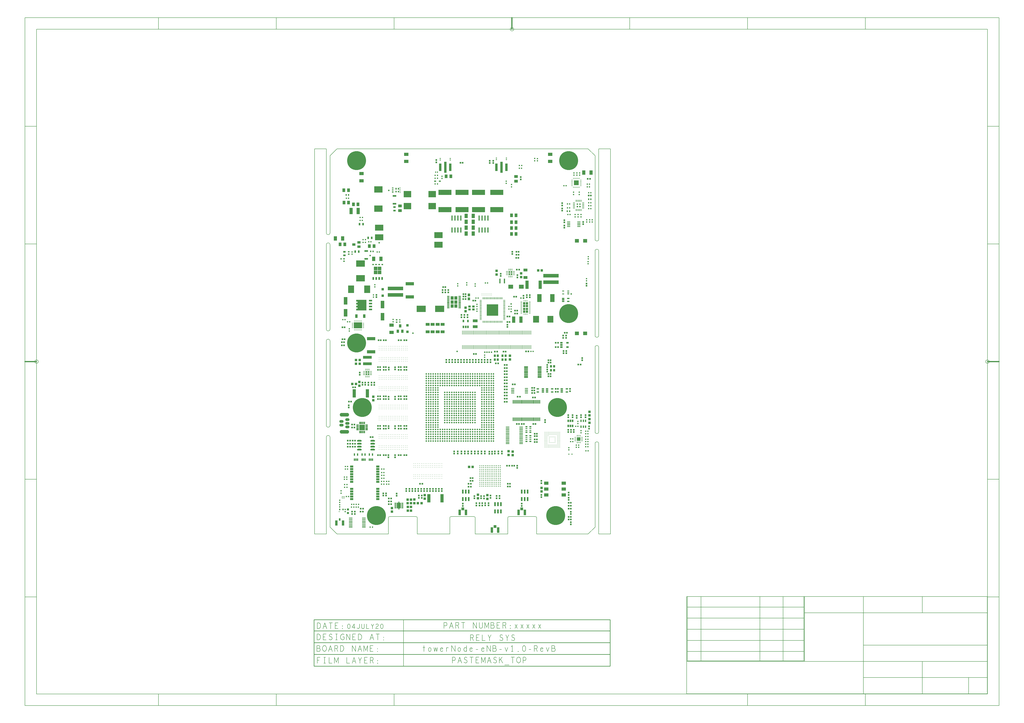
<source format=gbr>
G04 ================== begin FILE IDENTIFICATION RECORD ==================*
G04 Layout Name:  toweNode-eNB-v1.0-RevB_1145am.brd*
G04 Film Name:    toweNode-eNB-v1.0-RevB_PMT.gbr*
G04 File Format:  Gerber RS274X*
G04 File Origin:  Cadence Allegro 17.2-S052*
G04 Origin Date:  Tue Mar 08 07:05:41 2022*
G04 *
G04 Layer:  BOARD GEOMETRY/TITLE_BLOCK*
G04 Layer:  BOARD GEOMETRY/OUTLINE*
G04 Layer:  DRAWING FORMAT/OUTLINE_DATA*
G04 Layer:  PACKAGE GEOMETRY/PASTEMASK_TOP*
G04 Layer:  PIN/PASTEMASK_TOP*
G04 *
G04 Offset:    (0.000 0.000)*
G04 Mirror:    No*
G04 Mode:      Positive*
G04 Rotation:  0*
G04 FullContactRelief:  No*
G04 UndefLineWidth:     6.000*
G04 ================== end FILE IDENTIFICATION RECORD ====================*
%FSLAX55Y55*MOIN*%
%IR0*IPPOS*OFA0.00000B0.00000*MIA0B0*SFA1.00000B1.00000*%
%ADD86R,.029921X.066929*%
%ADD107O,.068988X.021748*%
%ADD59R,.027559X.019689*%
%ADD48R,.055X.11*%
%AMMACRO68*
4,1,20,.03248,.04724,
.01476,.04724,
.01476,.066929,
.004921,.066929,
.004921,.04724,
-.004921,.04724,
-.004921,.066929,
-.01476,.066929,
-.01476,.04724,
-.03248,.04724,
-.03248,-.04724,
-.01476,-.04724,
-.01476,-.066929,
-.004921,-.066929,
-.004921,-.04724,
.004921,-.04724,
.004921,-.066929,
.01476,-.066929,
.01476,-.04724,
.03248,-.04724,
.03248,.04724,
0.0*
%
%ADD68MACRO68*%
%ADD78R,.040201X.125201*%
%ADD82R,.044902X.190201*%
%ADD23C,.320961*%
%AMMACRO44*
4,1,16,-.087402,.088976,
.087402,.088976,
.087402,-.088976,
-.087402,-.088976,
-.087402,-.061024,
-.064173,-.061024,
-.064173,-.038976,
-.087402,-.038976,
-.087402,-.011024,
-.064173,-.011024,
-.064173,.011024,
-.087402,.011024,
-.087402,.038976,
-.064173,.038976,
-.064173,.061024,
-.087402,.061024,
-.087402,.088976,
0.0*
%
%ADD44MACRO44*%
%ADD56R,.140902X.055902*%
%ADD36R,.055902X.140902*%
%ADD19R,.022642X.007902*%
%ADD76R,.2205X.090598*%
%ADD87R,.007902X.070902*%
%ADD123R,.00787X.033461*%
%ADD119O,.00787X.029531*%
%ADD95R,.007902X.007902*%
%ADD41R,.009843X.023622*%
%ADD124R,.033461X.00787*%
%ADD121O,.029531X.00787*%
%ADD112C,.009449*%
%ADD103R,.009843X.023622*%
%ADD39R,.023622X.009843*%
%ADD18R,.019642X.007902*%
%ADD13R,.009402X.012598*%
%ADD22O,.159539X.061118*%
%ADD94R,.037402X.007874*%
%ADD93R,.007874X.037402*%
%ADD53R,.145669X.04724*%
%ADD25R,.098421X.129921*%
%ADD110R,.072831X.133858*%
%ADD97R,.19685X.19685*%
%ADD24R,.064961X.129921*%
%ADD63R,.064961X.127953*%
%ADD125R,.009839X.023618*%
%ADD126R,.023618X.009839*%
%ADD104R,.029531X.009839*%
%ADD60R,.141728X.098429*%
%ADD45R,.15X.11*%
%ADD77R,.032X.02*%
%ADD33O,.08X.03*%
%ADD67R,.032X.012*%
%ADD26R,.03X.024*%
%ADD54R,.06X.03*%
%ADD29R,.024X.03*%
%ADD122R,.07X.06*%
%ADD90R,.043X.045*%
%ADD65R,.259839X.062988*%
%ADD17R,.038X.032*%
%ADD84R,.02X.087*%
%ADD28R,.043X.028*%
%ADD83R,.04X.094*%
%ADD46R,.028X.043*%
%ADD38R,.044X.04222*%
%ADD37R,.04222X.044*%
%ADD70R,.059X.051*%
%ADD51R,.01102X.033461*%
%ADD15R,.051X.059*%
%ADD55R,.075X.055*%
%ADD52R,.033461X.01102*%
%ADD47R,.055X.039*%
%ADD27C,.026*%
%ADD10R,.042X.087*%
%ADD115R,.02X.02*%
%ADD69R,.039X.055*%
%ADD14R,.055X.075*%
%ADD16R,.021X.021*%
%ADD42R,.039402X.063*%
%ADD40R,.141732X.102362*%
%ADD12R,.019701X.0315*%
%ADD120R,.06102X.06102*%
%ADD108R,.10039X.114169*%
%ADD92C,.01772*%
%ADD85R,.046X.046*%
%ADD74C,.024902*%
%ADD20R,.028X.028*%
%ADD128R,.023622X.043307*%
%ADD80R,.023618X.011811*%
%ADD64R,.043311X.043311*%
%ADD35C,.04537*%
%ADD81R,.039461X.01702*%
%ADD75R,.070902X.049201*%
%ADD31R,.055118X.035402*%
%ADD114R,.018902X.015701*%
%ADD11R,.027559X.042*%
%ADD71R,.011811X.015748*%
%ADD118R,.057091X.01772*%
%ADD96R,.033461X.03937*%
%ADD58R,.025591X.04724*%
%ADD101R,.057091X.01772*%
%ADD89R,.03937X.033461*%
%ADD100R,.011811X.059059*%
%ADD79R,.011811X.027559*%
%ADD111R,.07687X.05324*%
%ADD62C,.012799*%
%ADD57R,.054016X.027953*%
%ADD105R,.035429X.023618*%
%ADD43R,.023228X.027953*%
%ADD21O,.072929X.049311*%
%ADD98R,.024606X.07874*%
%ADD91R,.07874X.049213*%
%ADD61R,.141728X.106299*%
%ADD49R,.01978X.041429*%
%ADD34R,.041429X.01978*%
%ADD127R,.082681X.082681*%
%ADD99R,.059059X.01772*%
%ADD73R,.15748X.106299*%
%ADD72R,.129921X.106299*%
%ADD50R,.096551X.096551*%
%ADD117R,.035429X.015748*%
%ADD109R,.039461X.01978*%
%ADD106R,.035429X.015748*%
%ADD102R,.07874X.07087*%
%ADD32R,.01978X.039461*%
%ADD116R,.027559X.03937*%
%ADD113R,.03937X.027559*%
%ADD88R,.027559X.03937*%
%ADD66R,.027559X.015748*%
%ADD30R,.062988X.01378*%
%ADD129C,.019689*%
%ADD130C,.005*%
%ADD131C,.00787*%
%ADD132C,.01*%
%ADD133C,.006*%
G75*
%LPD*%
G75*
G36*
G01X-139946Y411910D02*
X-134041D01*
Y417814D01*
X-139946D01*
Y411910D01*
G37*
G36*
G01Y405216D02*
Y411121D01*
X-134041D01*
Y405216D01*
X-139946D01*
G37*
G36*
G01X-133253Y411910D02*
X-127348D01*
Y417814D01*
X-133253D01*
Y411910D01*
G37*
G36*
G01Y405216D02*
Y411121D01*
X-127348D01*
Y405216D01*
X-133253D01*
G37*
G36*
G01X-99492Y544081D02*
Y546936D01*
X-97524D01*
Y544081D01*
X-99492D01*
G37*
G36*
G01X-103429D02*
Y546936D01*
X-101461D01*
Y544081D01*
X-103429D01*
G37*
G36*
G01X-99492Y548904D02*
Y551759D01*
X-97524D01*
Y548904D01*
X-99492D01*
G37*
G36*
G01X-96146Y543294D02*
Y544869D01*
X-94965D01*
Y543294D01*
X-96146D01*
G37*
G36*
G01X-103429Y548904D02*
Y551759D01*
X-101461D01*
Y548904D01*
X-103429D01*
G37*
G36*
G01X-9781Y348219D02*
Y353731D01*
X-4663D01*
Y348219D01*
X-9781D01*
G37*
G36*
G01X-3482D02*
Y353731D01*
X1636D01*
Y348219D01*
X-3482D01*
G37*
G36*
G01X-9781Y354912D02*
Y360424D01*
X-4663D01*
Y354912D01*
X-9781D01*
G37*
G36*
G01X-3482D02*
Y360424D01*
X1636D01*
Y354912D01*
X-3482D01*
G37*
G36*
G01Y361999D02*
Y367510D01*
X1636D01*
Y361999D01*
X-3482D01*
G37*
G36*
G01X-9781D02*
Y367510D01*
X-4663D01*
Y361999D01*
X-9781D01*
G37*
G36*
G01X88640Y406651D02*
X91396D01*
Y403895D01*
X88640D01*
Y406651D01*
G37*
G36*
G01X92184D02*
X94939D01*
Y403895D01*
X92184D01*
Y406651D01*
G37*
G36*
G01X88640Y410195D02*
X91396D01*
Y407439D01*
X88640D01*
Y410195D01*
G37*
G36*
G01X92184D02*
X94939D01*
Y407439D01*
X92184D01*
Y410195D01*
G37*
G36*
G01X117081Y343390D02*
Y339610D01*
X113223D01*
Y343390D01*
X117081D01*
G37*
G36*
G01Y347890D02*
Y344110D01*
X113223D01*
Y347890D01*
X117081D01*
G37*
G36*
G01Y352890D02*
Y349110D01*
X113223D01*
Y352890D01*
X117081D01*
G37*
G36*
G01Y357390D02*
Y353610D01*
X113223D01*
Y357390D01*
X117081D01*
G37*
G36*
G01X121679Y343390D02*
Y339610D01*
X117821D01*
Y343390D01*
X121679D01*
G37*
G36*
G01Y347890D02*
Y344110D01*
X117821D01*
Y347890D01*
X121679D01*
G37*
G36*
G01Y352890D02*
Y349110D01*
X117821D01*
Y352890D01*
X121679D01*
G37*
G36*
G01Y357390D02*
Y353610D01*
X117821D01*
Y357390D01*
X121679D01*
G37*
G36*
G01X206553Y523036D02*
X204289D01*
Y525300D01*
X206553D01*
Y523036D01*
G37*
G36*
G01Y518804D02*
X204289D01*
Y521068D01*
X206553D01*
Y518804D01*
G37*
G36*
G01X210785Y523036D02*
X208521D01*
Y525300D01*
X210785D01*
Y523036D01*
G37*
G36*
G01Y518804D02*
X208521D01*
Y521068D01*
X210785D01*
Y518804D01*
G37*
G36*
G01X-151339Y237394D02*
X-154095D01*
Y240150D01*
X-151339D01*
Y237394D01*
G37*
G36*
G01Y233850D02*
X-154095D01*
Y236606D01*
X-151339D01*
Y233850D01*
G37*
G36*
G01X-147796Y237394D02*
X-150552D01*
Y240150D01*
X-147796D01*
Y237394D01*
G37*
G36*
G01Y233850D02*
X-150552D01*
Y236606D01*
X-147796D01*
Y233850D01*
G37*
G54D100*
X96340Y158631D03*
X98309D03*
X96340Y188157D03*
X98309D03*
X108151Y158631D03*
X102246D03*
X114057D03*
X112088D03*
X110120D03*
X106183D03*
X104214D03*
X100277D03*
X108151Y188157D03*
X102246D03*
X114057D03*
X112088D03*
X110120D03*
X106183D03*
X104214D03*
X100277D03*
X129805Y158631D03*
X123899D03*
X127836D03*
X125868D03*
X121931D03*
X119962D03*
X117994D03*
X116025D03*
X129805Y188157D03*
X123899D03*
X127836D03*
X125868D03*
X121931D03*
X119962D03*
X117994D03*
X116025D03*
X135710Y158631D03*
X141616D03*
X139647D03*
X137679D03*
X133742D03*
X131773D03*
X135710Y188157D03*
X141616D03*
X139647D03*
X137679D03*
X133742D03*
X131773D03*
G54D101*
X95653Y205790D03*
Y203231D03*
Y210909D03*
Y208350D03*
X118881Y210909D03*
Y208350D03*
Y205790D03*
Y203231D03*
G54D110*
X141030Y364500D03*
X162880D03*
G54D102*
X92415Y383991D03*
X110131D03*
G54D111*
X152614Y29968D03*
Y39968D03*
Y49968D03*
X182142Y29968D03*
Y39968D03*
Y49968D03*
G54D120*
X207734Y124788D03*
G54D130*
G01X-220745Y485344D02*
Y618190D01*
X-240745D01*
Y-36500D01*
X-220745D01*
Y118000D01*
G01Y128000D02*
Y118000D01*
G01Y128000D02*
G02X-214545I3100J0D01*
G01X-220745Y148000D02*
Y158000D01*
G01X-214545Y148000D02*
G02X-220745I-3100J0D01*
G01Y291672D02*
Y158000D01*
G01Y291672D02*
G02X-214545I3100J0D01*
G01X-220745Y455344D02*
Y321672D01*
G01X-214545Y311672D02*
G02X-220745I-3100J0D01*
G01D02*
Y321672D01*
G01Y455344D02*
G02X-214545I3100J0D01*
G01X-220745Y475344D02*
Y485344D01*
G01X-214545Y475344D02*
G02X-220745I-3100J0D01*
G01X-214545Y-3035D02*
Y-24689D01*
X-202734Y-36500D01*
X-115530D01*
Y-8973D01*
G02X-113530Y-6973I2000J0D01*
G01X-68317D01*
G02X-66317Y-8973I0J-2000D01*
G01Y-36500D01*
X-11198D01*
X-11199Y-8973D01*
G02X-9199Y-6973I2000J0D01*
G01X30108D01*
G02X32108Y-8973I0J-2000D01*
G01X32109Y-36500D01*
X87227D01*
X87226Y-8973D01*
G02X89226Y-6973I2000J0D01*
G01X134439D01*
G02X136439Y-8973I0J-2000D01*
G01Y-36500D01*
X223643D01*
X235455Y-24689D01*
Y107173D01*
G01X-214545Y118000D02*
Y-3035D01*
G01Y128000D02*
Y118000D01*
G01Y148000D02*
Y158000D01*
G01Y281672D02*
Y158000D01*
G01Y291672D02*
Y281672D01*
G01Y311672D02*
Y321672D01*
G01Y445344D02*
Y321672D01*
G01Y455344D02*
Y445344D01*
G01Y475344D02*
Y485344D01*
G01X235455Y474517D02*
Y606379D01*
X223644Y618190D01*
X-202734D01*
X-214545Y606379D01*
Y485344D01*
G01X235455Y117173D02*
Y107173D01*
G01Y117173D02*
G02X241655I3100J0D01*
G01X235455Y137173D02*
Y147173D01*
G01X241655Y137173D02*
G02X235455I-3100J0D01*
G01Y147173D02*
Y270845D01*
G01Y280845D02*
Y270845D01*
G01Y280845D02*
G02X241655I3100J0D01*
G01Y300845D02*
G02X235455I-3100J0D01*
G01D02*
Y310845D01*
G01D02*
Y434517D01*
G01Y444517D02*
G02X241655I3100J0D01*
G01X235455D02*
Y434517D01*
G01X241655Y464517D02*
G02X235455I-3100J0D01*
G01D02*
Y474517D01*
G01X241655D02*
Y618190D01*
X261655D01*
Y-36500D01*
X241655D01*
Y107173D01*
G01Y117173D02*
Y107173D01*
G01Y137173D02*
Y270845D01*
G01Y280845D02*
Y270845D01*
G01Y444517D02*
Y300845D01*
G01Y464517D02*
Y474517D01*
G54D10*
X-203841Y-17800D03*
X-192227D03*
G54D103*
X114502Y337083D03*
Y359917D03*
X120408Y337083D03*
X118439D03*
X116471D03*
Y359917D03*
X118439D03*
X120408D03*
G54D112*
X159725Y110873D03*
X155788D03*
X157757Y112841D03*
X151851D03*
X157757Y110873D03*
X153820D03*
X155788Y112841D03*
Y114810D03*
X157757D03*
X159725D03*
X149883Y116778D03*
X151851D03*
X153820D03*
X149883Y114810D03*
X151851D03*
X153820D03*
X161694D03*
X149883Y112841D03*
X153820D03*
X159725D03*
X161694D03*
X149883Y110873D03*
X151851D03*
X161694D03*
X155788Y132526D03*
X157757Y120715D03*
Y124652D03*
X161694Y128589D03*
X151851Y132526D03*
X159725D03*
X157757Y126621D03*
X159725Y128589D03*
X157757Y118747D03*
Y122684D03*
X149883Y132526D03*
X153820D03*
X157757D03*
X161694D03*
X149883Y130558D03*
X151851D03*
X153820D03*
X155788D03*
X149883Y128589D03*
X151851D03*
X153820D03*
X157757D03*
X149883Y126621D03*
X151851D03*
X153820D03*
X149883Y124652D03*
X151851D03*
X153820D03*
X149883Y122684D03*
X151851D03*
X153820D03*
X149883Y120715D03*
X151851D03*
X153820D03*
X149883Y118747D03*
X151851D03*
X153820D03*
X159725D03*
X161694D03*
X159725Y136463D03*
Y134495D03*
X157757D03*
X155788D03*
X153820D03*
X151851D03*
X157757Y136463D03*
X155788D03*
X153820D03*
X149883D03*
X151851D03*
X161694D03*
X149883Y134495D03*
X161694D03*
X171536Y116778D03*
X173505D03*
X175473D03*
X163662Y114810D03*
X165631D03*
X167599D03*
X169568D03*
X171536D03*
X173505D03*
X175473D03*
X163662Y112841D03*
X165631D03*
X167599D03*
X169568D03*
X171536D03*
X173505D03*
X175473D03*
X163662Y110873D03*
X165631D03*
X167599D03*
X169568D03*
X171536D03*
X173505D03*
X175473D03*
X163662Y118747D03*
X167599Y122684D03*
X165631Y118747D03*
X167599Y120715D03*
X163662Y132526D03*
X165631D03*
X167599D03*
X169568D03*
X171536D03*
X173505D03*
X175473D03*
X171536Y130558D03*
X173505D03*
X175473D03*
X163662Y128589D03*
X165631D03*
X167599D03*
X171536D03*
X173505D03*
X175473D03*
X167599Y126621D03*
X171536D03*
X173505D03*
X175473D03*
X167599Y124652D03*
X171536D03*
X173505D03*
X175473D03*
X171536Y122684D03*
X173505D03*
X175473D03*
X171536Y120715D03*
X173505D03*
X175473D03*
X167599Y118747D03*
X171536D03*
X173505D03*
X175473D03*
X163662Y136463D03*
X165631D03*
X167599D03*
X169568D03*
X171536D03*
X173505D03*
X175473D03*
X163662Y134495D03*
X165631D03*
X167599D03*
X169568D03*
X171536D03*
X173505D03*
X175473D03*
G54D121*
X202025Y125773D03*
Y127741D03*
Y123804D03*
Y121836D03*
X213443Y127741D03*
Y125773D03*
Y123804D03*
Y121836D03*
G54D131*
G01X-732346Y-143498D02*
X-712661D01*
G01X-732346Y56502D02*
X-712661D01*
G01X-732346Y456502D02*
X-712661D01*
G01X-732346Y656502D02*
X-712661D01*
G01Y-308459D02*
X901512D01*
G01X-712661D02*
Y821462D01*
G01X-715650Y256502D02*
G03X-709672I2989J0D01*
G03X-715650I-2989J0D01*
G01X-712661Y821462D02*
X901512D01*
G01X-505574Y-328144D02*
Y-308459D01*
G01Y841147D02*
Y821462D01*
G01X-305574Y-328144D02*
Y-308459D01*
G01Y841147D02*
Y821462D01*
G01X-105574Y-328144D02*
Y-308459D01*
G01Y841147D02*
Y821462D01*
G01X91436D02*
G03X97415I2989J0D01*
G03X91436I-2989J0D01*
G01X294426Y841147D02*
Y821462D01*
G01X494426Y-328144D02*
Y-308459D01*
G01Y841147D02*
Y821462D01*
G01X694426Y-328144D02*
Y-308459D01*
G01Y841147D02*
Y821462D01*
G01X898523Y256502D02*
G03X904502I2989J0D01*
G03X898523I-2989J0D01*
G01X901512Y-308459D02*
Y821462D01*
G01X921197Y-143498D02*
X901512D01*
G01X921197Y56502D02*
X901512D01*
G01X921197Y456502D02*
X901512D01*
G01X921197Y656502D02*
X901512D01*
G54D113*
X178260Y288508D03*
Y281028D03*
Y284768D03*
X188496Y281028D03*
Y288508D03*
G54D11*
X-198034Y-11797D03*
G54D20*
X-184334Y111800D03*
Y116800D03*
Y122300D03*
X-182622Y178368D03*
Y182158D03*
X-182545Y188368D03*
X-190760Y289379D03*
X-194550D03*
X-190760Y284204D03*
X-194550D03*
X-189712Y294482D03*
X-193502D03*
X-189619Y314960D03*
X-193409D03*
X-176898Y1425D03*
Y-2365D03*
X-172262Y1425D03*
Y-2365D03*
X-180544Y111800D03*
Y116800D03*
X-172188Y111800D03*
X-175978D03*
X-172188Y116800D03*
X-175978D03*
X-180544Y122300D03*
X-172188D03*
X-175978D03*
X-173127Y144573D03*
X-176917D03*
X-173127Y149568D03*
X-176917D03*
X-178755Y188368D03*
X-171645Y212963D03*
X-175435D03*
X-158553Y6435D03*
X-162343D03*
X-162583Y1400D03*
X-158792D03*
X-159529Y221025D03*
Y217235D03*
X-154577D03*
Y221025D03*
X-163945Y237900D03*
Y234110D03*
X-142034Y128300D03*
X-145824D03*
X-139445Y220800D03*
Y217010D03*
X-143945Y220800D03*
Y217010D03*
X-149545Y217000D03*
Y220790D03*
X-135622Y366203D03*
Y369993D03*
X-124134Y28900D03*
Y32690D03*
X-133115Y97410D03*
X-129325D03*
X-119715D03*
X-123505D03*
X-133115Y142410D03*
X-129325D03*
X-133115Y147210D03*
X-129325D03*
X-119715Y142410D03*
X-123505D03*
X-119715Y147210D03*
X-123505D03*
X-133115Y192810D03*
X-129325D03*
X-133115Y197610D03*
X-129325D03*
X-119715Y192810D03*
X-123505D03*
X-119715Y197610D03*
X-123505D03*
X-133115Y242610D03*
X-129325D03*
X-119715D03*
X-123505D03*
X-133115Y247110D03*
X-129325D03*
X-119715D03*
X-123505D03*
X-119715Y292710D03*
X-123505D03*
X-132115D03*
X-128325D03*
X-114622Y18985D03*
X-110832D03*
X-110822Y14061D03*
X-114612D03*
X-114622Y23710D03*
X-110832D03*
X-119334Y28900D03*
Y32690D03*
X-115315Y97510D03*
Y93720D03*
X-104215Y93710D03*
Y97500D03*
X-115015Y147010D03*
Y143220D03*
X-104215Y142910D03*
Y146700D03*
X-115015Y196810D03*
Y193020D03*
X-104215Y193010D03*
Y196800D03*
X-114715Y242820D03*
X-104215Y243110D03*
X-114715Y246610D03*
X-104215Y246900D03*
X-101534Y32200D03*
Y28410D03*
X-98015Y97410D03*
X-94225D03*
X-88405D03*
X-94215Y142410D03*
X-98005D03*
X-98015Y147210D03*
X-94225D03*
X-88405Y142410D03*
Y147210D03*
X-94215Y192810D03*
X-98005D03*
X-98015Y197610D03*
X-94225D03*
X-88405Y192810D03*
Y197610D03*
X-94215Y242610D03*
X-98005D03*
X-88405D03*
X-98015Y247110D03*
X-94225D03*
X-88405D03*
Y292710D03*
X-94215D03*
X-98005D03*
X-74715Y36510D03*
Y40300D03*
X-79715Y36510D03*
Y40300D03*
X-84965Y36510D03*
Y40300D03*
X-84615Y97410D03*
Y142410D03*
Y147210D03*
Y192810D03*
Y197610D03*
Y242610D03*
Y247110D03*
Y292710D03*
X-63565Y24969D03*
X-58812Y24920D03*
X-63565Y28759D03*
X-58812Y28710D03*
X-59715Y36510D03*
Y40300D03*
X-64715Y36510D03*
Y40300D03*
X-69715Y36510D03*
Y40300D03*
X-57815Y48710D03*
X-61605D03*
X-44715Y36510D03*
Y40300D03*
X-49715Y36510D03*
Y40300D03*
X-54715Y36510D03*
Y40300D03*
X-29715Y36510D03*
Y40300D03*
X-34715Y36510D03*
Y40300D03*
X-39715Y36510D03*
Y40300D03*
X-34131Y599073D03*
Y595283D03*
X-24715Y36510D03*
Y40300D03*
X-17022Y255668D03*
Y259458D03*
X-12022Y255668D03*
Y259458D03*
X-13816Y374300D03*
Y378090D03*
X-23434Y378110D03*
Y374320D03*
X-18634Y383147D03*
X-22424D03*
X-18634Y378100D03*
Y374310D03*
X-3822Y100073D03*
X2178D03*
X-3822Y103863D03*
X2178D03*
X-2022Y259468D03*
Y255678D03*
X-7022Y259468D03*
Y255678D03*
X2978Y259468D03*
Y255678D03*
X10860Y15147D03*
Y11357D03*
X20668Y43991D03*
Y48731D03*
X19878Y100073D03*
X14178D03*
X8478D03*
X19878Y103863D03*
X14178D03*
X8478D03*
X7978Y259468D03*
Y255678D03*
X17978Y255668D03*
Y259458D03*
X12978Y255668D03*
Y259458D03*
X13750Y331936D03*
Y335726D03*
X19044Y331936D03*
Y335726D03*
X8736Y331936D03*
Y335726D03*
X15603Y367087D03*
X11812D03*
X15521Y362897D03*
X11730D03*
X15603Y371087D03*
X11812D03*
X6973Y594523D03*
X10763D03*
X34066Y15790D03*
Y12000D03*
X30466Y24210D03*
Y28000D03*
X27666Y53968D03*
X23876D03*
X24458Y43991D03*
Y48731D03*
X27666Y58560D03*
X23876D03*
X36978Y100073D03*
X25578D03*
X31278D03*
X36978Y103863D03*
X25578D03*
X31278D03*
X27978Y259468D03*
Y255678D03*
X22978Y259468D03*
Y255678D03*
X32978Y255668D03*
Y259458D03*
X33325Y269670D03*
X29535D03*
X28598Y360217D03*
X32388D03*
X41866Y24200D03*
X46924Y24002D03*
X49066Y12200D03*
Y15990D03*
X39266Y12000D03*
Y15790D03*
X44066Y12000D03*
Y15790D03*
X41866Y27990D03*
X46924Y27792D03*
X42678Y100073D03*
X48378D03*
X42678Y103863D03*
X48378D03*
X47978Y259458D03*
Y255668D03*
X42978Y259458D03*
Y255668D03*
X37978Y255668D03*
Y259458D03*
X54466Y16000D03*
Y12210D03*
X68291Y24341D03*
X58066Y25010D03*
X68291Y28131D03*
X58066Y28800D03*
X65178Y100063D03*
X55796Y99807D03*
X60474Y99834D03*
X65178Y103853D03*
X55796Y103597D03*
X60474Y103625D03*
X67082Y253568D03*
X57978Y255668D03*
Y259458D03*
X52978Y255668D03*
Y259458D03*
X65371Y273500D03*
X62778Y594054D03*
Y597844D03*
X56536D03*
Y594054D03*
X73291Y24341D03*
Y28131D03*
X71178Y100073D03*
X77178D03*
X71178Y103863D03*
X77178D03*
X81971Y188100D03*
X81966Y193500D03*
X81971Y203900D03*
X81975Y209100D03*
X81971Y198700D03*
X81971Y214300D03*
Y224700D03*
X81961Y219500D03*
X81971Y229900D03*
Y240300D03*
Y235100D03*
Y245500D03*
Y250700D03*
X70872Y253568D03*
X69161Y273500D03*
X79971D03*
X83761D03*
X75370Y405951D03*
Y402161D03*
X87135Y48760D03*
X90925D03*
X87135Y44250D03*
X90925D03*
X94578Y79623D03*
X98368D03*
X86082D03*
X89872D03*
X85761Y188100D03*
X85756Y193500D03*
X85761Y203900D03*
X85765Y209100D03*
X85761Y198700D03*
X85761Y214300D03*
Y224700D03*
X85751Y219500D03*
X99348Y217774D03*
X95558D03*
X85761Y229900D03*
Y240300D03*
Y235100D03*
Y245500D03*
Y250700D03*
X86512Y319183D03*
Y315393D03*
X99577Y338142D03*
X90372Y333073D03*
X86582D03*
X90362Y323755D03*
X86572D03*
X99586Y343142D03*
X97793Y366969D03*
X94963Y439475D03*
Y443265D03*
X110995Y15147D03*
Y11357D03*
X103178Y75832D03*
Y79622D03*
X102466Y150500D03*
X106256D03*
X114766D03*
X110976D03*
X104084Y196902D03*
X107874D03*
X103367Y338142D03*
X103377Y343142D03*
X113955Y364600D03*
Y368390D03*
X101584Y366969D03*
X103642Y399657D03*
Y403447D03*
X106540Y413000D03*
X102750D03*
X105359Y432806D03*
X101568D03*
X105641Y443287D03*
X101851D03*
X105646Y438253D03*
X101856D03*
X109169Y570037D03*
Y566247D03*
X130576Y150500D03*
X129876Y195600D03*
X128642Y207670D03*
X128671Y203300D03*
X128642Y211870D03*
X118366Y274000D03*
X122156D03*
X124640Y369510D03*
Y365720D03*
X119640Y365720D03*
Y369510D03*
X144378Y26178D03*
Y29968D03*
Y53758D03*
Y49968D03*
X136761Y119900D03*
X132971D03*
X136768Y124068D03*
X132978D03*
X136768Y129768D03*
X132978D03*
X136773Y133768D03*
X132983D03*
X134366Y150500D03*
X133666Y195600D03*
X132432Y207670D03*
X132461Y203300D03*
X132432Y211870D03*
X150778Y153473D03*
Y157263D03*
X154366Y239525D03*
Y243315D03*
X156271Y231620D03*
X160061D03*
X156271Y235620D03*
X160061D03*
X154366Y250915D03*
Y247125D03*
X156271Y254820D03*
X160061D03*
X156271Y258820D03*
X160061D03*
X168588Y210027D03*
X172378D03*
X168588Y205027D03*
X172378D03*
X168766Y288508D03*
X172556D03*
X168766Y281028D03*
X172556D03*
X190488Y-11949D03*
X190488Y-7609D03*
Y6391D03*
Y21501D03*
Y11391D03*
X190512Y16500D03*
X190488Y25291D03*
Y33758D03*
Y29968D03*
X189926Y140684D03*
Y136894D03*
Y165600D03*
Y161810D03*
X192966Y206342D03*
Y210132D03*
X181855Y274590D03*
Y270800D03*
X186455D03*
Y274590D03*
X183867Y305437D03*
X187657D03*
X186366Y297010D03*
Y300800D03*
X181366D03*
Y297010D03*
X183210Y487938D03*
Y484147D03*
Y493138D03*
Y496928D03*
X179648Y525702D03*
Y521911D03*
X179692Y513208D03*
Y516998D03*
X194278Y-16449D03*
Y-20239D03*
Y-11949D03*
X194278Y-7609D03*
X194278Y1291D03*
Y-2499D03*
X194278Y6391D03*
Y11391D03*
X194302Y16500D03*
X194666Y140684D03*
Y136894D03*
X199266Y140684D03*
Y136894D03*
X197406Y161893D03*
Y165683D03*
X204195Y160719D03*
Y164510D03*
X207096Y251563D03*
X225206Y142692D03*
Y146482D03*
X219206Y165684D03*
Y161894D03*
X211726Y165684D03*
Y161894D03*
X210886Y251563D03*
X213456Y258810D03*
Y262600D03*
X220935Y385550D03*
Y389340D03*
X215210Y493938D03*
Y490147D03*
X224542Y538724D03*
X223041Y567313D03*
X228333Y538724D03*
X226831Y567313D03*
G54D122*
X204578Y304568D03*
X204666Y461800D03*
X218578Y304568D03*
X218666Y461800D03*
G54D104*
X110270Y338658D03*
Y340626D03*
Y342595D03*
Y344563D03*
Y346532D03*
Y348500D03*
Y350469D03*
Y352437D03*
Y354406D03*
Y356374D03*
Y358343D03*
X124640Y352437D03*
Y350469D03*
Y348500D03*
Y346532D03*
Y344563D03*
Y342595D03*
Y340626D03*
Y338658D03*
Y358343D03*
Y356374D03*
Y354406D03*
G54D132*
G01X-241760Y-182076D02*
Y-261276D01*
G01D02*
X186140D01*
G01X-241760Y-241276D02*
X260840D01*
G01X-241760Y-221276D02*
X260840D01*
G01X-241760Y-201276D02*
X260840D01*
G01Y-182076D02*
X-241760D01*
G01X186140Y-261276D02*
X260840D01*
G01D02*
Y-182076D01*
G54D30*
X-179230Y-22368D03*
Y-24927D03*
Y-19809D03*
Y-14690D03*
Y-17250D03*
Y-12132D03*
Y-9572D03*
X-157182Y-22368D03*
Y-24927D03*
Y-9572D03*
Y-12132D03*
Y-14690D03*
Y-19809D03*
Y-17250D03*
G54D21*
X-184909Y151674D03*
Y145375D03*
X-195144Y148524D03*
X-184909Y157973D03*
X-195144Y154823D03*
G54D105*
X125566Y130395D03*
Y120947D03*
X118874D03*
Y130395D03*
X125566Y145895D03*
Y136447D03*
X118874D03*
Y145895D03*
G54D114*
X191066Y99100D03*
X196266D03*
G54D12*
X-198034Y5300D03*
X-192514D03*
G54D123*
X207537Y514276D03*
X204387D03*
X202813D03*
X205962D03*
X207537Y529828D03*
X202813D03*
X204387D03*
X205962D03*
X212261Y514276D03*
X210687D03*
X209112D03*
X210687Y529828D03*
X212261D03*
X209112D03*
G54D133*
G01X-732346Y-328144D02*
X921197D01*
G01X-732346D02*
Y841147D01*
G01D02*
X921197D01*
G01X-233085Y-251009D02*
X-236085D01*
G01Y-246176D02*
X-231335D01*
G01X-236085Y-256176D02*
Y-246176D01*
G01X-232860Y-230777D02*
X-236735D01*
G01X-231985Y-231110D02*
X-232860Y-230777D01*
G01X-231235Y-232110D02*
X-231985Y-231110D01*
G01X-230985Y-233277D02*
X-231235Y-232110D01*
G01Y-234443D02*
X-230985Y-233277D01*
G01X-231735Y-235443D02*
X-231235Y-234443D01*
G01X-232610Y-236110D02*
X-231735Y-235443D01*
G01X-236735Y-236110D02*
X-232610D01*
G01X-236735Y-226110D02*
Y-236110D01*
G01X-231985Y-227277D02*
X-232485Y-226610D01*
G01X-231735Y-228277D02*
X-231985Y-227277D01*
G01Y-229444D02*
X-231735Y-228277D01*
G01X-232360Y-230277D02*
X-231985Y-229444D01*
G01X-232860Y-230777D02*
X-232360Y-230277D01*
G01X-233760Y-216576D02*
X-236260D01*
G01X-232760Y-216076D02*
X-233760Y-216576D01*
G01X-232010Y-215410D02*
X-232760Y-216076D01*
G01X-231385Y-214409D02*
X-232010Y-215410D01*
G01X-230885Y-213243D02*
X-231385Y-214409D01*
G01X-230760Y-211576D02*
X-230885Y-213243D01*
G01X-236260Y-216576D02*
Y-206576D01*
G01X-233360Y-226110D02*
X-236735D01*
G01X-232485Y-226610D02*
X-233360Y-226110D01*
G01X-233560Y-197376D02*
X-236060D01*
G01X-232560Y-196876D02*
X-233560Y-197376D01*
G01X-231810Y-196210D02*
X-232560Y-196876D01*
G01X-231185Y-195209D02*
X-231810Y-196210D01*
G01X-236060Y-197376D02*
Y-187376D01*
G01X-233760Y-206576D02*
X-232760Y-207076D01*
G01X-236260Y-206576D02*
X-233760D01*
G01X-230885Y-209910D02*
X-230760Y-211576D01*
G01X-231385Y-208743D02*
X-230885Y-209910D01*
G01X-232010Y-207743D02*
X-231385Y-208743D01*
G01X-232760Y-207076D02*
X-232010Y-207743D01*
G01X-231185Y-189543D02*
X-230685Y-190710D01*
G01X-231810Y-188543D02*
X-231185Y-189543D01*
G01X-232560Y-187876D02*
X-231810Y-188543D01*
G01X-233560Y-187376D02*
X-232560Y-187876D01*
G01X-236060Y-187376D02*
X-233560D01*
G01X-230685Y-194043D02*
X-231185Y-195209D01*
G01X-225210Y-246176D02*
X-222210D01*
G01X-216210Y-256176D02*
X-211210D01*
G01X-216210Y-246176D02*
Y-256176D01*
G01X-225210D02*
X-222210D01*
G01X-223710Y-246176D02*
Y-256176D01*
G01X-211860Y-232610D02*
X-215860D01*
G01X-216985Y-236110D02*
X-213860Y-226110D01*
G01X-222860Y-235943D02*
X-223860Y-236110D01*
G01X-221985Y-235277D02*
X-222860Y-235943D01*
G01X-221235Y-234277D02*
X-221985Y-235277D01*
G01X-220735Y-233110D02*
X-221235Y-234277D01*
G01X-220485Y-231777D02*
X-220735Y-233110D01*
G01X-220485Y-230443D02*
Y-231777D01*
G01X-220735Y-229110D02*
X-220485Y-230443D01*
G01X-221235Y-227943D02*
X-220735Y-229110D01*
G01X-221985Y-226943D02*
X-221235Y-227943D01*
G01X-226485D02*
X-225735Y-226943D01*
G01X-226985Y-229110D02*
X-226485Y-227943D01*
G01X-227235Y-230443D02*
X-226985Y-229110D01*
G01X-227235Y-231777D02*
Y-230443D01*
G01X-226985Y-233110D02*
X-227235Y-231777D01*
G01X-226485Y-234277D02*
X-226985Y-233110D01*
G01X-225735Y-235277D02*
X-226485Y-234277D01*
G01X-224860Y-235943D02*
X-225735Y-235277D01*
G01X-223860Y-236110D02*
X-224860Y-235943D01*
G01X-215135Y-216076D02*
X-214010Y-216576D01*
G01X-216135Y-215243D02*
X-215135Y-216076D01*
G01X-226010Y-216576D02*
Y-206576D01*
G01X-221010Y-216576D02*
X-226010D01*
G01X-222860Y-226277D02*
X-221985Y-226943D01*
G01X-223860Y-226110D02*
X-222860Y-226277D01*
G01X-224860D02*
X-223860Y-226110D01*
G01X-225735Y-226943D02*
X-224860Y-226277D01*
G01X-223310Y-187376D02*
X-220185Y-197376D01*
G01X-226435D02*
X-223310Y-187376D01*
G01X-226010Y-206576D02*
X-221010D01*
G01X-215385Y-207909D02*
X-214760Y-207076D01*
G01X-215635Y-209076D02*
X-215385Y-207909D01*
G01X-215260Y-210243D02*
X-215635Y-209076D01*
G01X-214385Y-210909D02*
X-215260Y-210243D01*
G01X-223010Y-211409D02*
X-226010D01*
G01X-216185Y-187376D02*
X-210435D01*
G01X-221310Y-193876D02*
X-225310D01*
G01X-230685Y-190710D02*
X-230560Y-192376D01*
G01D02*
X-230685Y-194043D01*
G01X-203710Y-254509D02*
X-200460Y-246176D01*
G01X-206960D02*
X-203710Y-254509D01*
G01X-200460Y-246176D02*
Y-256176D01*
G01X-206960D02*
Y-246176D01*
G01X-203235Y-231277D02*
X-201360Y-236110D01*
G01X-203235Y-231277D02*
X-206360D01*
G01X-202360Y-230777D02*
X-203235Y-231277D01*
G01X-201610Y-229943D02*
X-202360Y-230777D01*
G01X-201360Y-228610D02*
X-201610Y-229943D01*
G01Y-227277D02*
X-201360Y-228610D01*
G01X-202235Y-226610D02*
X-201610Y-227277D01*
G01X-206360Y-236110D02*
Y-226110D01*
G01X-213860D02*
X-210735Y-236110D01*
G01X-205010Y-216576D02*
X-202010D01*
G01X-203510Y-206576D02*
Y-216576D01*
G01X-211760Y-211909D02*
X-212885Y-211243D01*
G01X-211135Y-212910D02*
X-211760Y-211909D01*
G01X-210885Y-214076D02*
X-211135Y-212910D01*
G01X-211260Y-215243D02*
X-210885Y-214076D01*
G01X-212010Y-216076D02*
X-211260Y-215243D01*
G01X-213010Y-216576D02*
X-212010Y-216076D01*
G01X-214010Y-216576D02*
X-213010D01*
G01X-203235Y-226110D02*
X-202235Y-226610D01*
G01X-206360Y-226110D02*
X-203235D01*
G01X-205810Y-197376D02*
Y-187376D01*
G01X-200810Y-197376D02*
X-205810D01*
G01X-213310Y-187376D02*
Y-197376D01*
G01X-205010Y-206576D02*
X-202010D01*
G01X-213010D02*
X-212135Y-206909D01*
G01X-213885Y-206576D02*
X-213010D01*
G01X-212135Y-206909D02*
X-211385Y-207743D01*
G01X-212885Y-211243D02*
X-214385Y-210909D01*
G01X-214760Y-207076D02*
X-213885Y-206576D01*
G01X-205810Y-187376D02*
X-200810D01*
G01X-202810Y-192209D02*
X-205810D01*
G01X-186210Y-256176D02*
X-181210D01*
G01X-186210Y-246176D02*
Y-256176D01*
G01X-194110Y-236110D02*
X-196610D01*
G01X-193110Y-235610D02*
X-194110Y-236110D01*
G01X-192360Y-234944D02*
X-193110Y-235610D01*
G01X-191735Y-233943D02*
X-192360Y-234944D01*
G01X-191235Y-232777D02*
X-191735Y-233943D01*
G01X-191110Y-231110D02*
X-191235Y-232777D01*
G01Y-229444D02*
X-191110Y-231110D01*
G01X-191735Y-228277D02*
X-191235Y-229444D01*
G01X-192360Y-227277D02*
X-191735Y-228277D01*
G01X-193110Y-226610D02*
X-192360Y-227277D01*
G01X-196610Y-236110D02*
Y-226110D01*
G01X-186385Y-216576D02*
Y-206576D01*
G01X-196760Y-212076D02*
Y-210909D01*
G01X-196510Y-213409D02*
X-196760Y-212076D01*
G01X-196010Y-214576D02*
X-196510Y-213409D01*
G01X-195260Y-215576D02*
X-196010Y-214576D01*
G01X-194385Y-216243D02*
X-195260Y-215576D01*
G01X-193135Y-216576D02*
X-194385Y-216243D01*
G01X-191885D02*
X-193135Y-216576D01*
G01X-191010Y-215576D02*
X-191885Y-216243D01*
G01X-190260Y-214576D02*
X-191010Y-215576D01*
G01X-190260Y-211576D02*
Y-214576D01*
G01X-192760Y-211576D02*
X-190260D01*
G01X-194110Y-226110D02*
X-193110Y-226610D01*
G01X-196610Y-226110D02*
X-194110D01*
G01X-182474Y-189379D02*
X-183274Y-189645D01*
X-183873Y-190312D01*
X-184274Y-191112D01*
X-184573Y-192179D01*
X-184673Y-193379D01*
X-184573Y-194579D01*
X-184274Y-195645D01*
X-183873Y-196446D01*
X-183274Y-197112D01*
X-182474Y-197379D01*
X-181674Y-197112D01*
X-181073Y-196446D01*
X-180673Y-195645D01*
X-180373Y-194579D01*
X-180273Y-193379D01*
X-180373Y-192179D01*
X-180673Y-191112D01*
X-181073Y-190312D01*
X-181674Y-189645D01*
X-182474Y-189379D01*
G01X-173273Y-197379D02*
Y-189379D01*
X-176973Y-195112D01*
X-171973D01*
G01X-168473Y-195779D02*
X-167973Y-196579D01*
X-167374Y-197112D01*
X-166673Y-197379D01*
X-165873Y-197112D01*
X-165273Y-196579D01*
X-164673Y-195779D01*
X-164473Y-194712D01*
Y-189379D01*
G01X-160673D02*
Y-195112D01*
X-160274Y-196312D01*
X-159474Y-197112D01*
X-158474Y-197379D01*
X-157473Y-197112D01*
X-156673Y-196312D01*
X-156273Y-195112D01*
Y-189379D01*
G01X-152473D02*
Y-197379D01*
X-148473D01*
G01X-142474D02*
Y-193779D01*
X-144473Y-189379D01*
G01X-140473D02*
X-142474Y-193779D01*
G01X-136374Y-190712D02*
X-135773Y-189912D01*
X-135073Y-189512D01*
X-134273Y-189379D01*
X-133273Y-189645D01*
X-132573Y-190312D01*
X-132373Y-191112D01*
X-132473Y-191912D01*
X-132874Y-192579D01*
X-134873Y-193912D01*
X-135773Y-194845D01*
X-136374Y-196179D01*
X-136573Y-197379D01*
X-132373D01*
G01X-126474Y-189379D02*
X-127274Y-189645D01*
X-127873Y-190312D01*
X-128274Y-191112D01*
X-128573Y-192179D01*
X-128673Y-193379D01*
X-128573Y-194579D01*
X-128274Y-195645D01*
X-127873Y-196446D01*
X-127274Y-197112D01*
X-126474Y-197379D01*
X-125674Y-197112D01*
X-125073Y-196446D01*
X-124673Y-195645D01*
X-124373Y-194579D01*
X-124273Y-193379D01*
X-124373Y-192179D01*
X-124673Y-191112D01*
X-125073Y-190312D01*
X-125674Y-189645D01*
X-126474Y-189379D01*
G01X-193060Y-197543D02*
X-193310Y-197709D01*
G01X-193060Y-197209D02*
Y-197543D01*
G01X-193310Y-197043D02*
X-193060Y-197209D01*
G01X-193560D02*
X-193310Y-197043D01*
G01X-193560Y-197543D02*
Y-197209D01*
G01X-193310Y-197709D02*
X-193560Y-197543D01*
G01X-192635Y-206576D02*
X-191635Y-206909D01*
G01X-193510Y-206576D02*
X-192635D01*
G01X-194510Y-207076D02*
X-193510Y-206576D01*
G01X-186385D02*
X-180635Y-216576D01*
G01X-191635Y-206909D02*
X-190885Y-207576D01*
G01X-195260Y-207743D02*
X-194510Y-207076D01*
G01X-196010Y-208743D02*
X-195260Y-207743D01*
G01X-196510Y-209910D02*
X-196010Y-208743D01*
G01X-196760Y-210909D02*
X-196510Y-209910D01*
G01X-193060Y-193043D02*
X-193310Y-193210D01*
G01X-193060Y-192709D02*
Y-193043D01*
G01X-193310Y-192543D02*
X-193060Y-192709D01*
G01X-193560D02*
X-193310Y-192543D01*
G01X-193560Y-193043D02*
Y-192709D01*
G01X-193310Y-193210D02*
X-193560Y-193043D01*
G01X-171710Y-252676D02*
X-175710D01*
G01X-173710Y-246176D02*
X-170585Y-256176D01*
G01X-176835D02*
X-173710Y-246176D01*
G01X-170985Y-236110D02*
Y-226110D01*
G01X-176735D02*
X-170985Y-236110D01*
G01X-176735D02*
Y-226110D01*
G01X-176010Y-216576D02*
Y-206576D01*
G01X-171010Y-216576D02*
X-176010D01*
G01X-180635D02*
Y-206576D01*
G01X-176010D02*
X-171010D01*
G01X-173010Y-211409D02*
X-176010D01*
G01X-153210Y-251009D02*
X-156210D01*
G01Y-246176D02*
X-151210D01*
G01X-161210D02*
X-163710Y-251676D01*
G01D02*
X-166210Y-246176D01*
G01X-156210Y-256176D02*
Y-246176D01*
G01X-151210Y-256176D02*
X-156210D01*
G01X-163710D02*
Y-251676D01*
G01X-153860Y-234443D02*
X-150610Y-226110D01*
G01X-157110D02*
X-153860Y-234443D01*
G01X-157110Y-236110D02*
Y-226110D01*
G01X-161860Y-232610D02*
X-165860D01*
G01X-163860Y-226110D02*
X-160735Y-236110D01*
G01X-166985D02*
X-163860Y-226110D01*
G01X-162760Y-216076D02*
X-163760Y-216576D01*
G01X-162010Y-215410D02*
X-162760Y-216076D01*
G01X-161385Y-214409D02*
X-162010Y-215410D01*
G01X-160885Y-213243D02*
X-161385Y-214409D01*
G01X-160760Y-211576D02*
X-160885Y-213243D01*
G01Y-209910D02*
X-160760Y-211576D01*
G01X-163760Y-216576D02*
X-166260D01*
G01D02*
Y-206576D01*
G01X-163760D02*
X-162760Y-207076D01*
G01X-161385Y-208743D02*
X-160885Y-209910D01*
G01X-162010Y-207743D02*
X-161385Y-208743D01*
G01X-162760Y-207076D02*
X-162010Y-207743D01*
G01X-166260Y-206576D02*
X-163760D01*
G01X-143085Y-251343D02*
X-146210D01*
G01X-142210Y-250843D02*
X-143085Y-251343D01*
G01X-141460Y-250009D02*
X-142210Y-250843D01*
G01X-141210Y-248676D02*
X-141460Y-250009D01*
G01Y-247343D02*
X-141210Y-248676D01*
G01X-142085Y-246676D02*
X-141460Y-247343D01*
G01X-143085Y-246176D02*
X-142085Y-246676D01*
G01X-146210Y-246176D02*
X-143085D01*
G01Y-251343D02*
X-141210Y-256176D01*
G01X-146210D02*
Y-246176D01*
G01X-143360Y-230943D02*
X-146360D01*
G01Y-236110D02*
Y-226110D01*
G01X-141360Y-236110D02*
X-146360D01*
G01X-150610Y-226110D02*
Y-236110D01*
G01X-141510Y-213076D02*
X-145510D01*
G01X-143510Y-206576D02*
X-140385Y-216576D01*
G01X-146635D02*
X-143510Y-206576D01*
G01X-146360Y-226110D02*
X-141360D01*
G01X-133460Y-251843D02*
X-133710Y-252010D01*
G01X-133460Y-251509D02*
Y-251843D01*
G01X-133710Y-251343D02*
X-133460Y-251509D01*
G01X-133960D02*
X-133710Y-251343D01*
G01X-133960Y-251843D02*
Y-251509D01*
G01X-133710Y-252010D02*
X-133960Y-251843D01*
G01X-133460Y-256343D02*
X-133710Y-256509D01*
G01X-133460Y-256009D02*
Y-256343D01*
G01X-133710Y-255843D02*
X-133460Y-256009D01*
G01X-133960D02*
X-133710Y-255843D01*
G01X-133960Y-256343D02*
Y-256009D01*
G01X-133710Y-256509D02*
X-133960Y-256343D01*
G01X-133610Y-231777D02*
X-133860Y-231944D01*
G01X-133610Y-231443D02*
Y-231777D01*
G01X-133860Y-231277D02*
X-133610Y-231443D01*
G01Y-236277D02*
X-133860Y-236443D01*
G01X-133610Y-235943D02*
Y-236277D01*
G01X-133860Y-235777D02*
X-133610Y-235943D01*
G01X-134110Y-231443D02*
X-133860Y-231277D01*
G01X-134110Y-231777D02*
Y-231443D01*
G01X-133860Y-231944D02*
X-134110Y-231777D01*
G01Y-235943D02*
X-133860Y-235777D01*
G01X-134110Y-236277D02*
Y-235943D01*
G01X-133860Y-236443D02*
X-134110Y-236277D01*
G01X-123260Y-212243D02*
X-123510Y-212410D01*
G01X-123260Y-211909D02*
Y-212243D01*
G01X-123510Y-211743D02*
X-123260Y-211909D01*
G01X-123760D02*
X-123510Y-211743D01*
G01X-123760Y-212243D02*
Y-211909D01*
G01X-123510Y-212410D02*
X-123760Y-212243D01*
G01X-123260Y-216743D02*
X-123510Y-216909D01*
G01X-123260Y-216409D02*
Y-216743D01*
G01X-123510Y-216243D02*
X-123260Y-216409D01*
G01X-123760D02*
X-123510Y-216243D01*
G01X-123760Y-216743D02*
Y-216409D01*
G01X-123510Y-216909D02*
X-123760Y-216743D01*
G01X-133510Y-206576D02*
Y-216576D01*
G01X-136385Y-206576D02*
X-130635D01*
G01X-89860Y-182497D02*
Y-260656D01*
G01X-55083Y-226200D02*
Y-236200D01*
G01X-56833Y-229534D02*
X-53333D01*
G01X-45083Y-236200D02*
X-45833Y-236033D01*
X-46583Y-235367D01*
X-47083Y-234200D01*
X-47333Y-232867D01*
X-47083Y-231533D01*
X-46583Y-230367D01*
X-45833Y-229700D01*
X-45083Y-229534D01*
X-44333Y-229700D01*
X-43583Y-230367D01*
X-43083Y-231533D01*
X-42958Y-232867D01*
X-43083Y-234200D01*
X-43583Y-235367D01*
X-44333Y-236033D01*
X-45083Y-236200D01*
G01X-38208Y-229534D02*
X-36708Y-236200D01*
X-35083Y-229534D01*
X-33458Y-236200D01*
X-31958Y-229534D01*
G01X-26958Y-231700D02*
X-22958D01*
X-23333Y-230533D01*
X-23958Y-229867D01*
X-24833Y-229534D01*
X-25708Y-229700D01*
X-26458Y-230200D01*
X-26958Y-231367D01*
X-27208Y-232367D01*
Y-233367D01*
X-26958Y-234367D01*
X-26333Y-235367D01*
X-25583Y-236033D01*
X-24708Y-236200D01*
X-23833Y-235867D01*
X-22958Y-234867D01*
G01X-16833Y-236200D02*
Y-229534D01*
G01Y-230867D02*
X-16208Y-230200D01*
X-15583Y-229700D01*
X-14708Y-229534D01*
X-14083Y-229700D01*
X-13333Y-230200D01*
G01X-7958Y-236200D02*
Y-226200D01*
X-2208Y-236200D01*
Y-226200D01*
G01X4917Y-236200D02*
X4167Y-236033D01*
X3417Y-235367D01*
X2917Y-234200D01*
X2667Y-232867D01*
X2917Y-231533D01*
X3417Y-230367D01*
X4167Y-229700D01*
X4917Y-229534D01*
X5667Y-229700D01*
X6417Y-230367D01*
X6917Y-231533D01*
X7042Y-232867D01*
X6917Y-234200D01*
X6417Y-235367D01*
X5667Y-236033D01*
X4917Y-236200D01*
G01X17167Y-226200D02*
Y-236200D01*
G01Y-234700D02*
X16667Y-235534D01*
X15917Y-236033D01*
X15042Y-236200D01*
X14042Y-235867D01*
X13292Y-235034D01*
X12792Y-234034D01*
X12667Y-232867D01*
X12792Y-231700D01*
X13292Y-230700D01*
X14042Y-229867D01*
X15042Y-229534D01*
X15917Y-229700D01*
X16542Y-230033D01*
X17167Y-230700D01*
G01X23042Y-231700D02*
X27042D01*
X26667Y-230533D01*
X26042Y-229867D01*
X25167Y-229534D01*
X24292Y-229700D01*
X23542Y-230200D01*
X23042Y-231367D01*
X22792Y-232367D01*
Y-233367D01*
X23042Y-234367D01*
X23667Y-235367D01*
X24417Y-236033D01*
X25292Y-236200D01*
X26167Y-235867D01*
X27042Y-234867D01*
G01X33292Y-232867D02*
X36542D01*
G01X43042Y-231700D02*
X47042D01*
X46667Y-230533D01*
X46042Y-229867D01*
X45167Y-229534D01*
X44292Y-229700D01*
X43542Y-230200D01*
X43042Y-231367D01*
X42792Y-232367D01*
Y-233367D01*
X43042Y-234367D01*
X43667Y-235367D01*
X44417Y-236033D01*
X45292Y-236200D01*
X46167Y-235867D01*
X47042Y-234867D01*
G01X52042Y-236200D02*
Y-226200D01*
X57792Y-236200D01*
Y-226200D01*
G01X65917Y-230867D02*
X66417Y-230367D01*
X66792Y-229534D01*
X67042Y-228366D01*
X66792Y-227367D01*
X66292Y-226700D01*
X65417Y-226200D01*
X62042D01*
Y-236200D01*
X66167D01*
X67042Y-235534D01*
X67542Y-234533D01*
X67792Y-233367D01*
X67542Y-232200D01*
X66792Y-231200D01*
X65917Y-230867D01*
X62042D01*
G01X73292Y-232867D02*
X76542D01*
G01X82667Y-229534D02*
X84917Y-236200D01*
X87167Y-229534D01*
G01X94917Y-236200D02*
Y-226200D01*
X93417Y-228200D01*
G01Y-236200D02*
X96417D01*
G01X104917Y-236533D02*
X104667Y-236367D01*
Y-236033D01*
X104917Y-235867D01*
X105167Y-236033D01*
Y-236367D01*
X104917Y-236533D01*
G01X114917Y-226200D02*
X113917Y-226533D01*
X113167Y-227367D01*
X112667Y-228366D01*
X112292Y-229700D01*
X112167Y-231200D01*
X112292Y-232700D01*
X112667Y-234034D01*
X113167Y-235034D01*
X113917Y-235867D01*
X114917Y-236200D01*
X115917Y-235867D01*
X116667Y-235034D01*
X117167Y-234034D01*
X117542Y-232700D01*
X117667Y-231200D01*
X117542Y-229700D01*
X117167Y-228366D01*
X116667Y-227367D01*
X115917Y-226533D01*
X114917Y-226200D01*
G01X123292Y-232867D02*
X126542D01*
G01X132417Y-236200D02*
Y-226200D01*
X135542D01*
X136542Y-226700D01*
X137167Y-227367D01*
X137417Y-228700D01*
X137167Y-230033D01*
X136417Y-230867D01*
X135542Y-231367D01*
X132417D01*
G01X135542D02*
X137417Y-236200D01*
G01X143042Y-231700D02*
X147042D01*
X146667Y-230533D01*
X146042Y-229867D01*
X145167Y-229534D01*
X144292Y-229700D01*
X143542Y-230200D01*
X143042Y-231367D01*
X142792Y-232367D01*
Y-233367D01*
X143042Y-234367D01*
X143667Y-235367D01*
X144417Y-236033D01*
X145292Y-236200D01*
X146167Y-235867D01*
X147042Y-234867D01*
G01X152667Y-229534D02*
X154917Y-236200D01*
X157167Y-229534D01*
G01X165917Y-230867D02*
X166417Y-230367D01*
X166792Y-229534D01*
X167042Y-228366D01*
X166792Y-227367D01*
X166292Y-226700D01*
X165417Y-226200D01*
X162042D01*
Y-236200D01*
X166167D01*
X167042Y-235534D01*
X167542Y-234533D01*
X167792Y-233367D01*
X167542Y-232200D01*
X166792Y-231200D01*
X165917Y-230867D01*
X162042D01*
G01X-11585Y-196710D02*
X-8460Y-186710D01*
G01X-20960Y-196710D02*
Y-186710D01*
G01X-15960Y-189710D02*
X-16210Y-191043D01*
G01Y-188377D02*
X-15960Y-189710D01*
G01X-16960Y-187210D02*
X-16210Y-188377D01*
G01X-17960Y-186710D02*
X-16960Y-187210D01*
G01X-20960Y-186710D02*
X-17960D01*
G01Y-192544D02*
X-20960D01*
G01X-16835Y-192043D02*
X-17960Y-192544D01*
G01X-16210Y-191043D02*
X-16835Y-192043D01*
G01X-6770Y-255675D02*
Y-245675D01*
X-3770D01*
X-2770Y-246175D01*
X-2020Y-247341D01*
X-1770Y-248675D01*
X-2020Y-250008D01*
X-2645Y-251008D01*
X-3770Y-251508D01*
X-6770D01*
G01X2605Y-255675D02*
X5730Y-245675D01*
X8855Y-255675D01*
G01X7730Y-252175D02*
X3730D01*
G01X13105Y-254342D02*
X14105Y-255175D01*
X15230Y-255675D01*
X16230D01*
X17230Y-255175D01*
X17980Y-254342D01*
X18355Y-253175D01*
X18105Y-252008D01*
X17480Y-251008D01*
X16355Y-250341D01*
X14855Y-250008D01*
X13980Y-249342D01*
X13605Y-248175D01*
X13855Y-247008D01*
X14480Y-246175D01*
X15355Y-245675D01*
X16230D01*
X17105Y-246008D01*
X17855Y-246841D01*
G01X25730Y-245675D02*
Y-255675D01*
G01X22855Y-245675D02*
X28605D01*
G01X38230Y-255675D02*
X33230D01*
Y-245675D01*
X38230D01*
G01X36230Y-250508D02*
X33230D01*
G01X42480Y-255675D02*
Y-245675D01*
X45730Y-254008D01*
X48980Y-245675D01*
Y-255675D01*
G01X52605D02*
X55730Y-245675D01*
X58855Y-255675D01*
G01X57730Y-252175D02*
X53730D01*
G01X63105Y-254342D02*
X64105Y-255175D01*
X65230Y-255675D01*
X66230D01*
X67230Y-255175D01*
X67980Y-254342D01*
X68355Y-253175D01*
X68105Y-252008D01*
X67480Y-251008D01*
X66355Y-250341D01*
X64855Y-250008D01*
X63980Y-249342D01*
X63605Y-248175D01*
X63855Y-247008D01*
X64480Y-246175D01*
X65355Y-245675D01*
X66230D01*
X67105Y-246008D01*
X67855Y-246841D01*
G01X72980Y-255675D02*
Y-245675D01*
G01X77730D02*
X72980Y-251842D01*
G01X78480Y-255675D02*
X75105Y-249008D01*
G01X81980Y-259008D02*
X89480D01*
G01X95730Y-245675D02*
Y-255675D01*
G01X92855Y-245675D02*
X98605D01*
G01X105730Y-255675D02*
X104730Y-255508D01*
X103855Y-254842D01*
X103105Y-253842D01*
X102605Y-252675D01*
X102355Y-251342D01*
Y-250008D01*
X102605Y-248675D01*
X103105Y-247508D01*
X103855Y-246508D01*
X104730Y-245841D01*
X105730Y-245675D01*
X106730Y-245841D01*
X107605Y-246508D01*
X108355Y-247508D01*
X108855Y-248675D01*
X109105Y-250008D01*
Y-251342D01*
X108855Y-252675D01*
X108355Y-253842D01*
X107605Y-254842D01*
X106730Y-255508D01*
X105730Y-255675D01*
G01X113230D02*
Y-245675D01*
X116230D01*
X117230Y-246175D01*
X117980Y-247341D01*
X118230Y-248675D01*
X117980Y-250008D01*
X117355Y-251008D01*
X116230Y-251508D01*
X113230D01*
G01X2165Y-191877D02*
X4040Y-196710D01*
G01X-960D02*
Y-186710D01*
G01X-8460D02*
X-5335Y-196710D01*
G01X3790Y-190543D02*
X3040Y-191377D01*
G01X4040Y-189210D02*
X3790Y-190543D01*
G01Y-187877D02*
X4040Y-189210D01*
G01X3165Y-187210D02*
X3790Y-187877D01*
G01X2165Y-186710D02*
X3165Y-187210D01*
G01X-960Y-186710D02*
X2165D01*
G01Y-191877D02*
X-960D01*
G01X3040Y-191377D02*
X2165Y-191877D01*
G01X-6460Y-193210D02*
X-10460D01*
G01X11540Y-186710D02*
Y-196710D01*
G01X8665Y-186710D02*
X14415D01*
G01X36790Y-212609D02*
X33790D01*
G01Y-217776D02*
Y-207776D01*
G01X38790Y-217776D02*
X33790D01*
G01X28540Y-211609D02*
X27790Y-212443D01*
G01X28790Y-210276D02*
X28540Y-211609D01*
G01X26915Y-212943D02*
X28790Y-217776D01*
G01X26915Y-212943D02*
X23790D01*
G01X27790Y-212443D02*
X26915Y-212943D01*
G01X23790Y-217776D02*
Y-207776D01*
G01X34415Y-196710D02*
Y-186710D01*
G01X28665D02*
X34415Y-196710D01*
G01X28665D02*
Y-186710D01*
G01X33790Y-207776D02*
X38790D01*
G01X28540Y-208943D02*
X28790Y-210276D01*
G01X27915Y-208276D02*
X28540Y-208943D01*
G01X26915Y-207776D02*
X27915Y-208276D01*
G01X23790Y-207776D02*
X26915D01*
G01X43790Y-217776D02*
X48790D01*
G01X43790Y-207776D02*
Y-217776D01*
G01X48290Y-196710D02*
Y-186710D01*
G01X42790Y-196377D02*
X43790Y-195377D01*
G01X41540Y-196710D02*
X42790Y-196377D01*
G01X40290D02*
X41540Y-196710D01*
G01X39290Y-195377D02*
X40290Y-196377D01*
G01X51540Y-195043D02*
X54790Y-186710D01*
G01X48290D02*
X51540Y-195043D01*
G01X44290Y-193877D02*
Y-186710D01*
G01X43790Y-195377D02*
X44290Y-193877D01*
G01X38790D02*
X39290Y-195377D01*
G01X38790Y-186710D02*
Y-193877D01*
G01X58790Y-207776D02*
X56290Y-213276D01*
G01D02*
X53790Y-207776D01*
G01X56290Y-217776D02*
Y-213276D01*
G01X63665Y-196043D02*
X64165Y-195043D01*
G01X62790Y-196710D02*
X63665Y-196043D01*
G01X58665Y-196710D02*
X62790D01*
G01X58665Y-186710D02*
Y-196710D01*
G01X54790Y-186710D02*
Y-196710D01*
G01X62915Y-187210D02*
X62040Y-186710D01*
G01X63415Y-187877D02*
X62915Y-187210D01*
G01X63665Y-188877D02*
X63415Y-187877D01*
G01Y-190044D02*
X63665Y-188877D01*
G01X63040Y-190877D02*
X63415Y-190044D01*
G01X62540Y-191377D02*
X63040Y-190877D01*
G01X63415Y-191710D02*
X62540Y-191377D01*
G01X64165Y-192710D02*
X63415Y-191710D01*
G01X64415Y-193877D02*
X64165Y-192710D01*
G01Y-195043D02*
X64415Y-193877D01*
G01X62540Y-191377D02*
X58665D01*
G01X62040Y-186710D02*
X58665D01*
G01X76915Y-212443D02*
X75415Y-212109D01*
G01X78040Y-213109D02*
X76915Y-212443D01*
G01X78665Y-214110D02*
X78040Y-213109D01*
G01X78915Y-215276D02*
X78665Y-214110D01*
G01X78540Y-216443D02*
X78915Y-215276D01*
G01X77790Y-217276D02*
X78540Y-216443D01*
G01X76790Y-217776D02*
X77790Y-217276D01*
G01X75790Y-217776D02*
X76790D01*
G01X75415Y-212109D02*
X74540Y-211443D01*
G01X74665Y-217276D02*
X75790Y-217776D01*
G01X73665Y-216443D02*
X74665Y-217276D01*
G01X79040Y-196710D02*
Y-186710D01*
G01X77665Y-208109D02*
X78415Y-208943D01*
G01X76790Y-207776D02*
X77665Y-208109D01*
G01X75915Y-207776D02*
X76790D01*
G01X69040Y-196710D02*
Y-186710D01*
G01X74040Y-196710D02*
X69040D01*
G01X75040Y-208276D02*
X75915Y-207776D01*
G01X74415Y-209109D02*
X75040Y-208276D01*
G01X74165Y-210276D02*
X74415Y-209109D01*
G01X74540Y-211443D02*
X74165Y-210276D01*
G01X82165Y-186710D02*
X83165Y-187210D01*
G01X79040Y-186710D02*
X82165D01*
G01Y-191877D02*
X84040Y-196710D01*
G01X82165Y-191877D02*
X79040D01*
G01X83040Y-191377D02*
X82165Y-191877D01*
G01X69040Y-186710D02*
X74040D01*
G01X72040Y-191543D02*
X69040D01*
G01X95415Y-212109D02*
X94540Y-211443D01*
G01X96915Y-212443D02*
X95415Y-212109D01*
G01X98040Y-213109D02*
X96915Y-212443D01*
G01X98665Y-214110D02*
X98040Y-213109D01*
G01X98540Y-216443D02*
X98915Y-215276D01*
G01X97790Y-217276D02*
X98540Y-216443D01*
G01X96790Y-217776D02*
X97790Y-217276D01*
G01X95790Y-217776D02*
X96790D01*
G01X94665Y-217276D02*
X95790Y-217776D01*
G01X93665Y-216443D02*
X94665Y-217276D01*
G01X88790Y-207776D02*
X86290Y-213276D01*
G01D02*
X83790Y-207776D01*
G01X86290Y-217776D02*
Y-213276D01*
G01X91790Y-196877D02*
X91540Y-197043D01*
G01X91790Y-196543D02*
Y-196877D01*
G01X91540Y-196377D02*
X91790Y-196543D01*
G01X97665Y-208109D02*
X98415Y-208943D01*
G01X96790Y-207776D02*
X97665Y-208109D01*
G01X95915Y-207776D02*
X96790D01*
G01X95040Y-208276D02*
X95915Y-207776D01*
G01X94415Y-209109D02*
X95040Y-208276D01*
G01X94165Y-210276D02*
X94415Y-209109D01*
G01X94540Y-211443D02*
X94165Y-210276D01*
G01X91290Y-196543D02*
X91540Y-196377D01*
G01X91290Y-196877D02*
Y-196543D01*
G01X91540Y-197043D02*
X91290Y-196877D01*
G01X91790Y-192377D02*
X91540Y-192544D01*
G01X91790Y-192043D02*
Y-192377D01*
G01X91540Y-191877D02*
X91790Y-192043D01*
G01X83790Y-190543D02*
X83040Y-191377D01*
G01X84040Y-189210D02*
X83790Y-190543D01*
G01Y-187877D02*
X84040Y-189210D01*
G01X83165Y-187210D02*
X83790Y-187877D01*
G01X91290Y-192043D02*
X91540Y-191877D01*
G01X91290Y-192377D02*
Y-192043D01*
G01X91540Y-192544D02*
X91290Y-192377D01*
G01X98915Y-215276D02*
X98665Y-214110D01*
G01X113415Y-190044D02*
X109665Y-196710D01*
G01Y-190044D02*
X113415Y-196710D01*
G01X103415Y-190044D02*
X99665Y-196710D01*
G01Y-190044D02*
X103415Y-196710D01*
G01X133415Y-190044D02*
X129665Y-196710D01*
G01X123415Y-190044D02*
X119665Y-196710D01*
G01Y-190044D02*
X123415Y-196710D01*
G01X129665Y-190044D02*
X133415Y-196710D01*
G01X139665Y-190044D02*
X143415Y-196710D01*
G01Y-190044D02*
X139665Y-196710D01*
G01X390904Y-308120D02*
X901140D01*
G01X390904Y-142766D02*
Y-308120D01*
G01X391922Y-252002D02*
X589855D01*
G01X391922Y-142946D02*
Y-252002D01*
G01X390904Y-253002D02*
X901140D01*
G01X391922Y-236253D02*
X589855D01*
G01X391922Y-217356D02*
X589855D01*
G01X391922Y-198458D02*
X589855D01*
G01X391922Y-179561D02*
X589855D01*
G01X391922Y-160663D02*
X589855D01*
G01X391922Y-142946D02*
X589855D01*
G01X390904Y-142766D02*
X901140D01*
G01X415347Y-142946D02*
Y-252002D01*
G01X515347Y-142946D02*
Y-252002D01*
G01X554717Y-142946D02*
Y-252002D01*
G01X589855Y-142946D02*
Y-252002D01*
G01X590904Y-142766D02*
Y-253002D01*
G01Y-170325D02*
X901140D01*
G01X690904Y-142766D02*
Y-308120D01*
G01Y-280561D02*
X901140D01*
G01X690904Y-225443D02*
X901140D01*
G01X790904Y-253002D02*
Y-308120D01*
G01Y-142766D02*
Y-170325D01*
G01X869644Y-280561D02*
Y-308120D01*
G01X901140Y-142766D02*
Y-308120D01*
G01X921197Y-328144D02*
Y841147D01*
G54D106*
X125566Y127246D03*
Y124096D03*
X118874D03*
Y127246D03*
X125566Y142746D03*
Y139596D03*
X118874D03*
Y142746D03*
G54D31*
X-177774Y22940D03*
Y35930D03*
Y27270D03*
Y40260D03*
Y31600D03*
Y52079D03*
Y56409D03*
Y60740D03*
Y69400D03*
Y65070D03*
Y78060D03*
Y73730D03*
X-133294Y22940D03*
Y40260D03*
Y35930D03*
Y31600D03*
Y27270D03*
Y52079D03*
Y56409D03*
Y69400D03*
Y60740D03*
Y65070D03*
Y73730D03*
Y78060D03*
G54D40*
X-167007Y318052D03*
G54D115*
X191066Y106550D03*
Y110050D03*
G54D22*
X-190027Y137304D03*
Y166044D03*
G54D13*
X-199534Y1500D03*
X-198034D03*
G54D124*
X199761Y523627D03*
Y522052D03*
Y525202D03*
Y517328D03*
Y518902D03*
Y520477D03*
Y526776D03*
X215313Y523627D03*
Y522052D03*
Y525202D03*
Y517328D03*
Y520477D03*
Y518902D03*
Y526776D03*
G54D116*
X193666Y147269D03*
X189926D03*
Y155931D03*
X193666D03*
X197406Y147269D03*
Y155931D03*
G54D32*
X-167863Y98368D03*
X-172981D03*
Y89706D03*
X-167863D03*
X-170422D03*
X-155005Y98368D03*
X-160123D03*
Y89706D03*
X-155005D03*
X-157564D03*
X-142463Y98368D03*
X-147581D03*
X-142463Y89706D03*
X-145022D03*
X-147581D03*
G54D50*
X-160022Y144568D03*
G54D14*
X-205247Y466000D03*
X-193043D03*
X-140279Y431052D03*
X-128075D03*
X16446Y474200D03*
Y494100D03*
Y484100D03*
Y504036D03*
X28650Y474200D03*
Y494100D03*
Y484100D03*
Y504036D03*
X216316Y577739D03*
X228520D03*
G54D125*
X208613Y552919D03*
X206645D03*
X204676D03*
X202708D03*
X200739D03*
X198771D03*
Y567879D03*
X200739D03*
X202708D03*
X204676D03*
X206645D03*
X208613D03*
G54D41*
X-172912Y310571D03*
X-170944D03*
X-168975D03*
X-172912Y325532D03*
X-168975D03*
X-170944D03*
X-167007Y310571D03*
X-161101D03*
X-165038D03*
X-163070D03*
X-165038Y325532D03*
X-167007D03*
X-163070D03*
X-161101D03*
G54D23*
X-169225Y288190D03*
Y598190D03*
X-159725Y178500D03*
X-135805Y-5000D03*
X168525D03*
X171695Y178500D03*
X190774Y338340D03*
Y598190D03*
G54D107*
X118375Y229701D03*
Y239938D03*
Y237378D03*
Y242497D03*
Y232260D03*
Y234819D03*
Y247615D03*
Y245056D03*
X141209Y239938D03*
Y237378D03*
Y234819D03*
Y232260D03*
Y229701D03*
Y242497D03*
Y247615D03*
Y245056D03*
G54D117*
X181325Y376483D03*
Y371363D03*
X189987Y376483D03*
Y373923D03*
Y371363D03*
G54D108*
X135152Y328500D03*
X159758D03*
G54D42*
X-169614Y334002D03*
X-156233D03*
G54D15*
X-197256Y455872D03*
X-189382D03*
X-182975Y526900D03*
X-190849D03*
X-183108Y547900D03*
X-190982D03*
X-174882Y523900D03*
X-167008D03*
X-147633Y452916D03*
X-139759D03*
X-17319Y571400D03*
X-9445D03*
X93518Y473500D03*
Y493500D03*
Y483500D03*
Y505039D03*
X101392Y473500D03*
Y493500D03*
Y483500D03*
Y505039D03*
G54D51*
X-151929Y231193D03*
X-153898D03*
Y242807D03*
X-151929D03*
X-147992D03*
X-149961D03*
X-147992Y231193D03*
X-149961D03*
X88837Y401238D03*
X94743D03*
X92774D03*
X90806D03*
X92774Y412852D03*
X94743D03*
X88837D03*
X90806D03*
G54D33*
X-164634Y116800D03*
Y111800D03*
Y106800D03*
Y121800D03*
X-142034Y111800D03*
Y116800D03*
Y106800D03*
Y121800D03*
G54D60*
X-130945Y467931D03*
Y484269D03*
X-30245Y455131D03*
Y471469D03*
G54D126*
X196212Y557446D03*
Y555478D03*
Y559415D03*
Y563352D03*
Y565320D03*
Y561383D03*
X211172Y557446D03*
Y555478D03*
Y559415D03*
Y565320D03*
Y563352D03*
Y561383D03*
G54D24*
X-188205Y339387D03*
Y359858D03*
G54D109*
X138277Y210132D03*
Y205014D03*
X146939D03*
Y210132D03*
Y207573D03*
X162717Y205014D03*
Y210132D03*
X154055Y205014D03*
Y207573D03*
Y210132D03*
X178947Y205014D03*
Y207573D03*
Y210132D03*
X187609Y205014D03*
Y210132D03*
X189987Y358904D03*
Y364022D03*
X181325D03*
Y358904D03*
Y361463D03*
G54D127*
X203692Y560399D03*
G54D34*
X-167699Y145848D03*
Y148407D03*
Y143288D03*
Y140729D03*
X-152345D03*
Y143288D03*
Y145848D03*
Y148407D03*
G54D61*
X-132345Y516361D03*
Y549039D03*
G54D43*
X-168961Y345054D03*
Y350054D03*
Y355054D03*
G54D118*
X190668Y493887D03*
Y491328D03*
Y488768D03*
Y486209D03*
X207991D03*
Y488768D03*
Y491328D03*
Y493887D03*
G54D16*
X-188864Y1560D03*
Y5300D03*
X-198034Y13120D03*
Y9380D03*
Y17230D03*
Y20970D03*
X-195734Y33000D03*
Y36740D03*
X-182964Y27270D03*
X-186704D03*
X-185864Y47590D03*
X-189604D03*
Y42700D03*
X-185864D03*
X-189909Y56455D03*
X-186169D03*
X-189909Y60180D03*
X-186169D03*
X-188404Y78060D03*
X-184664D03*
Y73730D03*
X-188404D03*
X-184800Y324305D03*
X-192881Y327869D03*
X-189141D03*
X-182975Y534300D03*
X-186715D03*
X-170060Y9178D03*
X-174158Y9228D03*
X-177898D03*
X-169937Y14007D03*
X-174056Y13975D03*
X-177796D03*
X-181593Y308391D03*
Y312131D03*
X-181060Y324305D03*
X-177077Y439124D03*
Y442864D03*
X-166320Y9178D03*
X-166197Y14007D03*
X-158279Y459172D03*
X-154539D03*
X-154502Y463805D03*
X-158242D03*
X-159519Y501637D03*
X-163259D03*
X-159787Y496568D03*
X-163527D03*
X-146286Y-24927D03*
X-142546D03*
X-140755Y369874D03*
Y366134D03*
X-138327Y383618D03*
Y387359D03*
X-145046Y460325D03*
X-148786D03*
X-126904Y53000D03*
X-123164D03*
X-126904Y48290D03*
X-123164D03*
X-126804Y67900D03*
X-123064D03*
X-126804Y58300D03*
X-123064D03*
X-126804Y63100D03*
X-123064D03*
X-126804Y73730D03*
X-123064D03*
X-134331Y442933D03*
X-130591D03*
X-118504Y48290D03*
X-114764D03*
X-118304Y53000D03*
X-114564D03*
X-107445Y328070D03*
Y324330D03*
X-95945Y327570D03*
Y323830D03*
X-35918Y573282D03*
X-32178D03*
X-32176Y558390D03*
X-35916D03*
Y568218D03*
X-32176D03*
X-24345Y567930D03*
Y571670D03*
X2255Y385130D03*
Y388870D03*
X17571Y386807D03*
Y390547D03*
X34955Y342130D03*
Y345870D03*
Y353870D03*
Y350130D03*
X33274Y364691D03*
X37014D03*
X31955Y384930D03*
Y388670D03*
X47955Y263830D03*
Y267570D03*
X49196Y390300D03*
X52936D03*
X89337Y345741D03*
X93077D03*
X89341Y350341D03*
X93081D03*
X93455Y553630D03*
Y557370D03*
X84493Y559443D03*
Y563184D03*
X110637Y585309D03*
X106897D03*
X110824Y589896D03*
X107083D03*
X130268Y273900D03*
X126528D03*
X132800Y597962D03*
Y601702D03*
X137587Y597941D03*
Y601681D03*
X193864Y125070D03*
Y120570D03*
X189289Y506463D03*
X193029D03*
X192311Y517981D03*
X188571D03*
X192211Y524681D03*
X188471D03*
X186202Y555426D03*
X182461D03*
X203734Y110878D03*
Y114618D03*
X207734Y110878D03*
Y114618D03*
X197604Y125070D03*
Y120570D03*
X202485Y146482D03*
X206225D03*
X206225Y154881D03*
Y151141D03*
X201455Y502630D03*
Y506370D03*
X206455Y502630D03*
Y506370D03*
X198781Y540675D03*
X208594D03*
X198781Y544415D03*
X208594D03*
X209443Y573491D03*
X204717Y573457D03*
X199748Y573503D03*
X209443Y577231D03*
X204717Y577197D03*
X199748Y577243D03*
X223336Y116300D03*
X219596D03*
Y111900D03*
X223336D03*
X219858Y104914D03*
X223598D03*
X223336Y129100D03*
X219596D03*
X223336Y124489D03*
X219596D03*
Y120689D03*
X223336D03*
Y133700D03*
X219596D03*
X211666Y139270D03*
Y135530D03*
X219496Y138200D03*
X223236D03*
X220935Y397580D03*
Y393840D03*
X223866Y431230D03*
X223666Y426570D03*
Y422830D03*
X223866Y434970D03*
X221436Y493874D03*
Y497614D03*
X211455Y502630D03*
Y506370D03*
X224585Y521500D03*
Y526500D03*
Y516500D03*
X222141Y553513D03*
X222151Y558266D03*
X224585Y543500D03*
X230754Y493813D03*
X226261D03*
X230754Y497553D03*
X226261D03*
X228325Y521500D03*
Y526500D03*
Y516500D03*
X225881Y553513D03*
X225891Y558266D03*
X228325Y543500D03*
G54D52*
X-156752Y234047D03*
Y237984D03*
Y236016D03*
Y239953D03*
X-145138Y236016D03*
Y239953D03*
Y237984D03*
Y234047D03*
X85983Y408029D03*
X97597Y409998D03*
X85983Y404092D03*
X97597Y406061D03*
Y408029D03*
X85983Y406061D03*
X97597Y404092D03*
X85983Y409998D03*
G54D70*
X-95614Y513233D03*
Y521107D03*
X101255Y563163D03*
Y571037D03*
G54D25*
X-178637Y379429D03*
X-151472D03*
G54D62*
X-130937Y107312D03*
X-124638D03*
X-127787D03*
X-121488D03*
Y110461D03*
X-130937D03*
X-127787D03*
X-124638D03*
X-130937Y113611D03*
X-121488D03*
X-127787D03*
X-124638D03*
Y132508D03*
X-130937D03*
X-127787D03*
X-121488D03*
X-130937Y129359D03*
X-127787Y126209D03*
Y129359D03*
X-124638D03*
X-121488D03*
X-124638Y126209D03*
X-130937D03*
X-121488D03*
X-130937Y157312D03*
X-124638D03*
X-127787D03*
X-121488D03*
Y160461D03*
X-130937D03*
X-127787D03*
X-124638D03*
X-130937Y163611D03*
X-121488D03*
X-127787D03*
X-124638D03*
X-130937Y179359D03*
X-127787Y176209D03*
Y179359D03*
X-124638D03*
X-121488D03*
X-124638Y176209D03*
X-130937D03*
X-121488D03*
X-124638Y182508D03*
X-130937D03*
X-127787D03*
X-121488D03*
X-130937Y207312D03*
X-124638D03*
X-127787D03*
X-121488D03*
Y210461D03*
X-130937D03*
X-127787D03*
X-124638D03*
X-127787Y226209D03*
X-124638D03*
X-130937Y213611D03*
Y226209D03*
X-121488Y213611D03*
X-127787D03*
X-124638D03*
X-121488Y226209D03*
X-124638Y232508D03*
X-130937D03*
X-127787D03*
X-121488D03*
X-130937Y229359D03*
X-127787D03*
X-124638D03*
X-121488D03*
X-127787Y257312D03*
X-121488D03*
X-130937D03*
X-124638D03*
X-130937Y260461D03*
Y263611D03*
X-127787Y260461D03*
Y263611D03*
X-124638Y260461D03*
Y263611D03*
X-121488Y260461D03*
Y263611D03*
X-124638Y282508D03*
X-130937Y276209D03*
Y279359D03*
Y282508D03*
X-127787Y276209D03*
Y279359D03*
Y282508D03*
X-124638Y276209D03*
Y279359D03*
X-121488Y276209D03*
Y279359D03*
Y282508D03*
X-115189Y110461D03*
X-118339Y107312D03*
X-108890Y110461D03*
X-118339D03*
X-105740Y107312D03*
X-112039Y110461D03*
X-115189Y107312D03*
X-108890D03*
X-105740Y113611D03*
Y110461D03*
X-112039Y107312D03*
Y113611D03*
X-108890D03*
X-118339D03*
X-115189D03*
Y126209D03*
X-118339Y132508D03*
X-108890Y129359D03*
X-105740Y132508D03*
Y129359D03*
X-112039D03*
X-108890Y126209D03*
X-112039Y132508D03*
X-115189D03*
X-108890D03*
X-105740Y126209D03*
X-115189Y129359D03*
X-112039Y126209D03*
X-118339D03*
Y129359D03*
X-115189Y160461D03*
X-118339Y157312D03*
X-108890Y160461D03*
X-118339D03*
X-105740Y157312D03*
X-112039Y160461D03*
X-115189Y157312D03*
X-108890D03*
X-105740Y163611D03*
Y160461D03*
X-112039Y157312D03*
Y163611D03*
X-108890D03*
X-118339D03*
X-115189D03*
Y176209D03*
X-108890Y179359D03*
X-105740D03*
X-112039D03*
X-108890Y176209D03*
X-105740D03*
X-115189Y179359D03*
X-112039Y176209D03*
X-118339D03*
Y179359D03*
Y182508D03*
X-105740D03*
X-112039D03*
X-115189D03*
X-108890D03*
X-115189Y210461D03*
X-118339Y207312D03*
X-108890Y210461D03*
X-118339D03*
X-105740Y207312D03*
X-112039Y210461D03*
X-115189Y207312D03*
X-108890D03*
X-105740Y210461D03*
X-112039Y207312D03*
X-115189Y226209D03*
X-108890D03*
X-105740Y213611D03*
Y226209D03*
X-112039Y213611D03*
X-108890D03*
X-112039Y226209D03*
X-118339D03*
Y213611D03*
X-115189D03*
X-118339Y232508D03*
X-108890Y229359D03*
X-105740Y232508D03*
Y229359D03*
X-112039D03*
Y232508D03*
X-115189D03*
X-108890D03*
X-115189Y229359D03*
X-118339D03*
X-115189Y257312D03*
X-118339D03*
X-112039D03*
X-108890D03*
X-105740D03*
X-118339Y260461D03*
Y263611D03*
X-115189Y260461D03*
Y263611D03*
X-112039Y260461D03*
Y263611D03*
X-108890Y260461D03*
Y263611D03*
X-105740Y260461D03*
Y263611D03*
X-118339Y282508D03*
X-112039D03*
X-118339Y276209D03*
Y279359D03*
X-115189Y276209D03*
Y279359D03*
Y282508D03*
X-112039Y276209D03*
Y279359D03*
X-108890Y276209D03*
Y279359D03*
Y282508D03*
X-105740Y276209D03*
Y279359D03*
Y282508D03*
X-102591Y107312D03*
X-99441D03*
X-96291Y110461D03*
X-93142D03*
X-102591D03*
X-96291Y107312D03*
X-89992D03*
X-102591Y113611D03*
X-93142Y107312D03*
X-89992Y110461D03*
X-93142Y113611D03*
X-89992D03*
X-99441Y110461D03*
Y113611D03*
X-96291D03*
X-102591Y132508D03*
X-96291Y129359D03*
X-93142Y132508D03*
X-96291D03*
X-99441D03*
X-93142Y129359D03*
X-89992Y132508D03*
Y129359D03*
Y126209D03*
X-102591D03*
X-99441D03*
X-102591Y129359D03*
X-99441D03*
X-96291Y126209D03*
X-93142D03*
X-102591Y157312D03*
X-99441D03*
X-96291Y160461D03*
X-93142D03*
X-102591D03*
X-96291Y157312D03*
X-89992D03*
X-102591Y163611D03*
X-93142Y157312D03*
X-89992Y160461D03*
X-93142Y163611D03*
X-89992D03*
X-99441Y160461D03*
Y163611D03*
X-96291D03*
Y179359D03*
X-93142D03*
X-89992D03*
Y176209D03*
X-102591D03*
X-99441D03*
X-102591Y179359D03*
X-99441D03*
X-96291Y176209D03*
X-93142D03*
X-102591Y182508D03*
X-93142D03*
X-96291D03*
X-99441D03*
X-89992D03*
X-102591Y207312D03*
X-99441D03*
X-96291Y210461D03*
X-93142D03*
X-102591D03*
X-96291Y207312D03*
X-89992D03*
X-93142D03*
X-89992Y210461D03*
X-99441D03*
X-102591Y213611D03*
X-89992Y226209D03*
X-93142Y213611D03*
X-89992D03*
X-102591Y226209D03*
X-99441D03*
Y213611D03*
X-96291Y226209D03*
X-93142D03*
X-96291Y213611D03*
X-102591Y232508D03*
X-96291Y229359D03*
X-93142Y232508D03*
X-96291D03*
X-99441D03*
X-93142Y229359D03*
X-89992Y232508D03*
Y229359D03*
X-102591D03*
X-99441D03*
X-102591Y257312D03*
X-99441D03*
X-96291D03*
X-93142D03*
X-89992D03*
X-102591Y260461D03*
Y263611D03*
X-99441Y260461D03*
Y263611D03*
X-96291Y260461D03*
Y263611D03*
X-93142Y260461D03*
Y263611D03*
X-89992Y260461D03*
Y263611D03*
X-102591Y276209D03*
Y279359D03*
Y282508D03*
X-99441Y276209D03*
Y279359D03*
Y282508D03*
X-96291Y276209D03*
Y279359D03*
Y282508D03*
X-93142Y276209D03*
Y279359D03*
Y282508D03*
X-89992Y276209D03*
Y279359D03*
Y282508D03*
X-86843Y107312D03*
X-83693D03*
Y110461D03*
X-86843D03*
X-83693Y113611D03*
X-86843D03*
Y132508D03*
Y126209D03*
X-83693Y132508D03*
X-86843Y129359D03*
X-83693Y126209D03*
Y129359D03*
X-86843Y157312D03*
X-83693D03*
Y160461D03*
X-86843D03*
X-83693Y163611D03*
X-86843D03*
Y176209D03*
Y179359D03*
X-83693Y176209D03*
Y179359D03*
X-86843Y182508D03*
X-83693D03*
X-86843Y207312D03*
X-83693D03*
Y210461D03*
X-86843D03*
Y226209D03*
X-83693D03*
Y213611D03*
X-86843D03*
Y232508D03*
X-83693D03*
X-86843Y229359D03*
X-83693D03*
X-86843Y257312D03*
X-83693D03*
X-86843Y260461D03*
Y263611D03*
X-83693Y260461D03*
Y263611D03*
X-86843Y276209D03*
Y279359D03*
Y282508D03*
X-83693Y276209D03*
Y279359D03*
Y282508D03*
X-59467Y57929D03*
X-72065D03*
X-65766D03*
X-59467Y61078D03*
X-68915Y57929D03*
X-62616D03*
Y61078D03*
X-72065D03*
X-68915D03*
X-65766D03*
X-59467Y64228D03*
X-72065D03*
X-62616D03*
X-68915D03*
X-65766D03*
Y83125D03*
X-59467D03*
X-72065D03*
X-68915D03*
X-62616D03*
X-72065Y79976D03*
X-59467Y76826D03*
Y79976D03*
X-68915Y76826D03*
Y79976D03*
X-65766D03*
X-62616D03*
X-65766Y76826D03*
X-72065D03*
X-62616D03*
X-56317Y61078D03*
X-43719Y57929D03*
X-50018Y61078D03*
X-43719D03*
X-46868Y57929D03*
X-53167Y61078D03*
X-43719Y64228D03*
X-56317Y57929D03*
X-50018D03*
X-46868Y64228D03*
Y61078D03*
X-53167Y57929D03*
Y64228D03*
X-50018D03*
X-56317D03*
Y76826D03*
X-43719Y83125D03*
X-50018Y79976D03*
X-46868Y83125D03*
Y79976D03*
X-53167D03*
X-50018Y76826D03*
X-53167Y83125D03*
X-56317D03*
X-50018D03*
X-43719Y76826D03*
Y79976D03*
X-46868Y76826D03*
X-56317Y79976D03*
X-53167Y76826D03*
X-40569Y57929D03*
X-37419Y61078D03*
X-34270D03*
X-27971Y57929D03*
X-37419D03*
X-31120D03*
X-34270D03*
X-27971Y61078D03*
X-31120D03*
X-34270Y64228D03*
X-27971D03*
X-31120D03*
X-40569Y61078D03*
Y64228D03*
X-37419D03*
Y79976D03*
X-34270Y83125D03*
X-27971D03*
X-37419D03*
X-27971Y76826D03*
X-40569Y83125D03*
X-34270Y79976D03*
X-31120Y83125D03*
X-27971Y79976D03*
X-31120D03*
Y76826D03*
X-40569D03*
Y79976D03*
X-37419Y76826D03*
X-34270D03*
X-24821Y57929D03*
Y61078D03*
Y64228D03*
Y83125D03*
Y76826D03*
Y79976D03*
G54D71*
X-95555Y551759D03*
Y549200D03*
Y546640D03*
G54D35*
X-168780Y170232D03*
X-171930Y178500D03*
X-168780Y186768D03*
X-169225Y275985D03*
X-178280Y279922D03*
X-181430Y288190D03*
X-178280Y296458D03*
X-169225Y300395D03*
X-178280Y589922D03*
X-169225Y585985D03*
X-181430Y598190D03*
X-178280Y606458D03*
X-169225Y610395D03*
X-159725Y166295D03*
X-150670Y170232D03*
Y186768D03*
X-159725Y190705D03*
X-160170Y279922D03*
X-157020Y288190D03*
X-160170Y296458D03*
Y589922D03*
X-157020Y598190D03*
X-160170Y606458D03*
X-144860Y-13268D03*
X-135805Y-17205D03*
X-144860Y3268D03*
X-148010Y-5000D03*
X-135805Y7205D03*
X-147520Y178500D03*
X-126750Y-13268D03*
Y3268D03*
X-123600Y-5000D03*
X159470Y-13268D03*
Y3268D03*
X156320Y-5000D03*
X162640Y170232D03*
X159490Y178500D03*
X162640Y186768D03*
X177580Y-13268D03*
X168525Y-17205D03*
X177580Y3268D03*
X168525Y7205D03*
X171695Y166295D03*
Y190705D03*
X178569Y338340D03*
Y598190D03*
X180730Y-5000D03*
X180750Y170232D03*
X183900Y178500D03*
X180750Y186768D03*
X181719Y330072D03*
X190774Y326135D03*
X181719Y346608D03*
X190774Y350545D03*
X181719Y589922D03*
X190774Y585985D03*
X181719Y606458D03*
X190774Y610395D03*
X199829Y330072D03*
X202979Y338340D03*
X199829Y346608D03*
Y589922D03*
X202979Y598190D03*
X199829Y606458D03*
G54D80*
X-27269Y601829D03*
Y599073D03*
X-10264Y601827D03*
Y599071D03*
X67991Y602688D03*
Y599932D03*
X84999Y602688D03*
Y599932D03*
G54D128*
X219206Y145694D03*
X215466D03*
X211726D03*
Y155930D03*
X215466D03*
X219206D03*
G54D17*
X-183934Y-700D03*
Y5300D03*
G54D26*
X-190725Y427182D03*
Y431118D03*
X-182638Y443110D03*
Y439174D03*
X-101545Y327468D03*
Y323532D03*
G54D53*
X-150945Y252988D03*
Y264012D03*
G54D119*
X204781Y119079D03*
X206749D03*
X208718D03*
Y130497D03*
X204781D03*
X206749D03*
X210686Y119079D03*
Y130497D03*
G54D44*
X-161378Y352554D03*
G54D129*
G01X-732346Y256502D02*
X-712661D01*
G01X94426Y841147D02*
Y821462D01*
G01X921197Y256502D02*
X901512D01*
G54D72*
X-83107Y520834D03*
Y541306D03*
X-40981Y520834D03*
Y541306D03*
G54D81*
X-13816Y351762D03*
Y353731D03*
Y347825D03*
Y349794D03*
Y367511D03*
Y361605D03*
Y363574D03*
Y359637D03*
Y355699D03*
Y357668D03*
Y365542D03*
X5672Y353731D03*
Y351762D03*
Y349794D03*
Y347825D03*
Y359637D03*
Y357668D03*
Y355699D03*
Y361605D03*
Y365542D03*
Y367511D03*
Y363574D03*
G54D27*
X-195768Y431127D03*
X-146547Y436825D03*
X-131058Y458555D03*
X-114874Y547400D03*
X-73673Y304919D03*
X1249Y273720D03*
X48366Y272400D03*
X51966D03*
X55566D03*
X59466D03*
X93077Y341640D03*
X93081Y354440D03*
X109770Y364600D03*
X194955Y371363D03*
G54D90*
X21324Y369869D03*
Y363069D03*
G54D54*
X-152934Y431107D03*
Y444493D03*
X-105074Y524847D03*
Y538233D03*
G54D45*
X-162734Y398100D03*
Y423100D03*
G54D63*
X-125471Y332893D03*
Y353365D03*
G54D18*
X-193411Y24130D03*
X-190857D03*
X-193411Y27270D03*
X-190857D03*
G54D36*
X-173522Y202407D03*
X-151042D03*
X-46826Y24271D03*
X-24346D03*
X119781Y387303D03*
X142261D03*
G54D73*
X-59871Y346164D03*
X-28375D03*
G54D91*
X32102Y315834D03*
Y325874D03*
G54D64*
X-124945Y368594D03*
Y379618D03*
X-83165Y307030D03*
Y318054D03*
G54D55*
X-161145Y563998D03*
Y576202D03*
X-109931Y306349D03*
Y318553D03*
X-84945Y596785D03*
Y608989D03*
X159255Y596698D03*
Y608902D03*
G54D37*
X-170445Y218463D03*
X-176645D03*
X-65397Y15886D03*
X-59197D03*
X21466Y77500D03*
X27666D03*
X138855Y411500D03*
X145055D03*
G54D46*
X-171638Y443675D03*
X-165732D03*
X-164404Y490030D03*
X-158498D03*
X-149627Y466717D03*
X-143721D03*
G54D28*
X-190194Y443263D03*
Y437357D03*
X-104944Y519183D03*
Y513277D03*
G54D19*
X-190707Y25700D03*
X-193561D03*
G54D82*
X-18768Y586794D03*
X76495D03*
G54D74*
X-43228Y129297D03*
X-47165Y125360D03*
X-51102Y121423D03*
X-43228Y133234D03*
X-51102Y125360D03*
X-47165Y121423D03*
Y133234D03*
X-51102D03*
X-47165Y129297D03*
X-51102D03*
X-43228Y121423D03*
Y125360D03*
Y141108D03*
X-51102D03*
X-47165D03*
X-43228Y145045D03*
X-51102D03*
X-47165D03*
X-43228Y137171D03*
X-51102D03*
X-47165D03*
X-43228Y148982D03*
X-51102D03*
X-47165D03*
X-43228Y152919D03*
Y160793D03*
X-47165Y164730D03*
X-51102Y152919D03*
X-47165D03*
X-43228Y156856D03*
X-51102D03*
X-47165D03*
X-51102Y160793D03*
X-43228Y164730D03*
X-47165Y160793D03*
X-51102Y164730D03*
X-43228Y180479D03*
Y168667D03*
X-47165D03*
X-51102Y172604D03*
Y168667D03*
Y180479D03*
X-47165D03*
X-51102Y176541D03*
X-47165Y172604D03*
X-43228D03*
X-47165Y176541D03*
X-43228D03*
Y192290D03*
Y184416D03*
Y188353D03*
X-51102D03*
X-47165D03*
X-51102Y192290D03*
X-47165D03*
X-51102Y184416D03*
X-47165D03*
X-43228Y196227D03*
X-47165D03*
X-51102D03*
X-43228Y204101D03*
X-47165Y200164D03*
X-51102D03*
X-43228Y211975D03*
X-51102D03*
X-47165D03*
Y208038D03*
X-43228D03*
Y200164D03*
X-51102Y208038D03*
Y204101D03*
X-47165D03*
X-43228Y227723D03*
Y223786D03*
Y215912D03*
X-47165D03*
X-51102D03*
Y223786D03*
X-47165D03*
X-51102Y227723D03*
X-47165D03*
X-43228Y219849D03*
X-51102D03*
X-47165D03*
Y231660D03*
X-51102Y235597D03*
Y231660D03*
X-47165Y235597D03*
X-43228Y231660D03*
Y235597D03*
X-31417Y133234D03*
X-39291D03*
X-31417Y129297D03*
X-39291D03*
X-31417Y121423D03*
Y125360D03*
X-27480D03*
Y121423D03*
X-39291Y125360D03*
Y121423D03*
X-35354Y129297D03*
Y133234D03*
Y125360D03*
Y121423D03*
X-27480Y133234D03*
Y129297D03*
Y137171D03*
X-31417Y148982D03*
Y141108D03*
X-35354Y145045D03*
Y137171D03*
X-39291Y141108D03*
X-27480D03*
X-31417Y145045D03*
Y137171D03*
X-35354Y148982D03*
Y141108D03*
X-39291Y145045D03*
Y137171D03*
Y148982D03*
X-31417Y164730D03*
Y156856D03*
X-35354Y160793D03*
Y152919D03*
X-39291D03*
X-31417Y160793D03*
Y152919D03*
X-35354Y164730D03*
Y156856D03*
X-39291D03*
Y160793D03*
Y164730D03*
X-31417Y180479D03*
Y172604D03*
X-35354Y176541D03*
Y168667D03*
X-39291Y180479D03*
Y168667D03*
X-31417Y176541D03*
Y168667D03*
X-35354Y180479D03*
Y172604D03*
X-39291Y176541D03*
Y172604D03*
X-31417Y192290D03*
Y184416D03*
X-35354Y196227D03*
Y188353D03*
X-39291Y192290D03*
X-31417Y196227D03*
Y188353D03*
X-35354Y192290D03*
Y184416D03*
X-39291Y188353D03*
Y184416D03*
Y196227D03*
X-31417Y208038D03*
Y200164D03*
X-35354Y211975D03*
Y204101D03*
X-39291D03*
X-31417Y211975D03*
Y204101D03*
X-35354Y208038D03*
Y200164D03*
X-39291Y211975D03*
Y208038D03*
Y200164D03*
X-31417Y223786D03*
Y215912D03*
X-35354Y219849D03*
X-39291Y223786D03*
Y215912D03*
X-27480Y219849D03*
Y215912D03*
X-31417Y227723D03*
Y219849D03*
X-35354Y215912D03*
X-39291Y227723D03*
X-27480Y223786D03*
Y227723D03*
X-35354Y223786D03*
Y227723D03*
X-39291Y219849D03*
X-31417Y235597D03*
Y231660D03*
X-27480D03*
Y235597D03*
X-35354Y231660D03*
Y235597D03*
X-39291Y231660D03*
Y235597D03*
X-19606Y133234D03*
Y129297D03*
X-11732Y133234D03*
Y129297D03*
Y125360D03*
X-19606Y121423D03*
Y125360D03*
X-23543Y133234D03*
Y129297D03*
Y125360D03*
Y121423D03*
X-15669Y133234D03*
Y129297D03*
Y125360D03*
Y121423D03*
X-11732D03*
X-15669Y141108D03*
X-19606Y137171D03*
X-23543Y141108D03*
X-11732D03*
X-15669Y137171D03*
X-19606Y141108D03*
X-23543Y137171D03*
X-11732D03*
Y164730D03*
Y156856D03*
X-15669Y160793D03*
Y152919D03*
X-19606Y164730D03*
Y156856D03*
X-15669Y164730D03*
Y156856D03*
X-19606Y160793D03*
X-11732D03*
Y152919D03*
X-19606D03*
X-11732Y172604D03*
X-15669Y176541D03*
Y168667D03*
X-19606Y180479D03*
Y176541D03*
Y172604D03*
X-15669D03*
X-19606Y168667D03*
X-11732Y180479D03*
Y176541D03*
Y168667D03*
X-15669Y180479D03*
X-11732Y196227D03*
Y188353D03*
X-15669Y192290D03*
Y184416D03*
X-19606Y196227D03*
Y188353D03*
Y192290D03*
Y184416D03*
X-11732Y192290D03*
Y184416D03*
X-15669Y196227D03*
Y188353D03*
X-11732Y204101D03*
X-15669Y200164D03*
X-19606Y204101D03*
Y200164D03*
X-11732D03*
X-15669Y204101D03*
X-11732Y219849D03*
Y223786D03*
Y227723D03*
X-15669Y215912D03*
X-19606Y223786D03*
Y219849D03*
X-23543Y215912D03*
X-11732D03*
X-15669Y219849D03*
X-19606Y227723D03*
Y215912D03*
X-23543Y219849D03*
X-15669Y223786D03*
Y227723D03*
X-23543Y223786D03*
Y227723D03*
X-11732Y231660D03*
Y235597D03*
X-19606D03*
Y231660D03*
X-15669D03*
Y235597D03*
X-23543Y231660D03*
Y235597D03*
X79Y125360D03*
Y121423D03*
X-7795Y133234D03*
Y129297D03*
Y125360D03*
Y121423D03*
X-3858Y129297D03*
Y125360D03*
Y121423D03*
X79Y133234D03*
Y129297D03*
X4016Y133234D03*
Y129297D03*
X-3858Y133234D03*
X4016Y125360D03*
Y121423D03*
Y141108D03*
X-3858D03*
X-7795D03*
X79D03*
X-7795Y137171D03*
X79D03*
X-3858D03*
X4016D03*
Y164730D03*
Y156856D03*
Y152919D03*
X79Y160793D03*
Y152919D03*
X-3858Y164730D03*
Y156856D03*
X-7795Y160793D03*
Y152919D03*
X4016Y160793D03*
X79Y164730D03*
Y156856D03*
X-3858Y160793D03*
Y152919D03*
X-7795Y164730D03*
Y156856D03*
X4016Y180479D03*
Y172604D03*
X79Y176541D03*
Y168667D03*
X-3858Y180479D03*
Y172604D03*
X-7795Y176541D03*
Y168667D03*
X4016D03*
Y176541D03*
X79Y180479D03*
Y172604D03*
X-3858Y176541D03*
Y168667D03*
X-7795Y180479D03*
Y172604D03*
X4016Y188353D03*
X79Y192290D03*
Y184416D03*
X-3858Y196227D03*
Y188353D03*
X-7795Y192290D03*
Y184416D03*
X4016Y196227D03*
Y192290D03*
Y184416D03*
X79Y196227D03*
Y188353D03*
X-3858Y192290D03*
Y184416D03*
X-7795Y196227D03*
Y188353D03*
X4016Y204101D03*
X79Y200164D03*
X-3858Y204101D03*
X-7795Y200164D03*
X4016D03*
X79Y204101D03*
X-3858Y200164D03*
X-7795Y204101D03*
X79Y219849D03*
X4016D03*
Y223786D03*
Y227723D03*
X-7795Y219849D03*
X-3858Y223786D03*
Y227723D03*
Y219849D03*
X4016Y215912D03*
X-7795D03*
X79D03*
X-3858D03*
X-7795Y223786D03*
Y227723D03*
X79Y223786D03*
Y227723D03*
X-3858Y231660D03*
Y235597D03*
X4016Y231660D03*
Y235597D03*
X-7795Y231660D03*
Y235597D03*
X79Y231660D03*
Y235597D03*
X11891Y129297D03*
Y125360D03*
X7954Y129297D03*
Y121423D03*
Y133234D03*
Y125360D03*
X19765D03*
Y121423D03*
X15828Y133234D03*
Y129297D03*
Y125360D03*
Y121423D03*
X19765Y133234D03*
Y129297D03*
X11891Y133234D03*
Y121423D03*
Y141108D03*
X19765D03*
X15828D03*
X7954D03*
X19765Y137171D03*
X7954D03*
X15828D03*
X11891D03*
X15828Y152919D03*
X11891Y164730D03*
Y156856D03*
X7954Y152919D03*
X19765Y164730D03*
Y156856D03*
X15828Y160793D03*
X19765D03*
Y152919D03*
X15828Y164730D03*
Y156856D03*
X11891Y160793D03*
Y152919D03*
X7954Y164730D03*
Y160793D03*
Y156856D03*
X11891Y180479D03*
Y172604D03*
X7954Y176541D03*
Y168667D03*
X19765Y180479D03*
Y172604D03*
X15828Y176541D03*
Y168667D03*
X19765Y176541D03*
Y168667D03*
X15828Y180479D03*
Y172604D03*
X11891Y176541D03*
Y168667D03*
X7954Y180479D03*
Y172604D03*
X11891Y196227D03*
Y188353D03*
X7954Y192290D03*
Y184416D03*
X19765Y196227D03*
Y188353D03*
X15828Y192290D03*
Y184416D03*
X19765Y192290D03*
Y184416D03*
X15828Y196227D03*
Y188353D03*
X11891Y192290D03*
Y184416D03*
X7954Y196227D03*
Y188353D03*
X11891Y204101D03*
X7954D03*
Y200164D03*
X19765Y204101D03*
X15828Y200164D03*
X19765D03*
X15828Y204101D03*
X11891Y200164D03*
X19765Y227723D03*
Y223786D03*
X15828Y219849D03*
X11891Y227723D03*
Y223786D03*
Y219849D03*
X7954D03*
X19765D03*
X15828Y215912D03*
X11891D03*
X7954D03*
X19765D03*
X15828Y223786D03*
Y227723D03*
X7954Y223786D03*
Y227723D03*
X19765Y231660D03*
X11891Y235597D03*
Y231660D03*
X19765Y235597D03*
X15828Y231660D03*
Y235597D03*
X7954Y231660D03*
Y235597D03*
X23702Y133234D03*
X35513Y125360D03*
Y133234D03*
Y121423D03*
X23702Y129297D03*
X31576D03*
X27639D03*
Y133234D03*
X35513Y129297D03*
X23702Y125360D03*
Y121423D03*
X31576D03*
X27639Y125360D03*
Y121423D03*
X31576Y133234D03*
Y125360D03*
X35513Y141108D03*
X27639D03*
X31576D03*
X23702D03*
X35513Y137171D03*
X23702D03*
X27639D03*
X31576D03*
Y160793D03*
Y152919D03*
X27639Y164730D03*
Y156856D03*
X23702Y160793D03*
Y152919D03*
X31576Y164730D03*
Y156856D03*
X27639Y160793D03*
Y152919D03*
X23702Y164730D03*
Y156856D03*
X31576Y180479D03*
Y176541D03*
Y168667D03*
X27639Y180479D03*
Y172604D03*
X23702Y168667D03*
X31576Y172604D03*
X27639Y176541D03*
Y168667D03*
X23702Y180479D03*
Y176541D03*
Y172604D03*
X31576Y192290D03*
Y184416D03*
X27639Y196227D03*
Y188353D03*
X23702Y192290D03*
Y184416D03*
X31576Y196227D03*
Y188353D03*
X27639Y192290D03*
Y184416D03*
X23702Y196227D03*
Y188353D03*
X31576Y200164D03*
X27639Y204101D03*
X23702Y200164D03*
X31576Y204101D03*
X27639Y200164D03*
X23702Y204101D03*
X35513Y227723D03*
Y223786D03*
Y219849D03*
X31576D03*
X27639Y227723D03*
Y223786D03*
Y219849D03*
X23702D03*
X35513Y215912D03*
X31576D03*
X27639D03*
X23702D03*
X31576Y223786D03*
Y227723D03*
X23702Y223786D03*
Y227723D03*
X35513Y235597D03*
Y231660D03*
X27639Y235597D03*
Y231660D03*
X31576D03*
Y235597D03*
X23702Y231660D03*
Y235597D03*
X51261Y133234D03*
X43387D03*
X47324Y129297D03*
X51261Y125360D03*
Y121423D03*
X43387Y129297D03*
X47324Y133234D03*
X51261Y129297D03*
X47324Y125360D03*
Y121423D03*
X39450Y129297D03*
X43387Y121423D03*
X39450Y125360D03*
Y121423D03*
X43387Y125360D03*
X39450Y133234D03*
X47324Y137171D03*
X43387Y148982D03*
Y141108D03*
Y145045D03*
Y137171D03*
X51261Y148982D03*
X39450Y137171D03*
X47324Y148982D03*
X51261Y145045D03*
X47324D03*
X51261Y141108D03*
X47324D03*
X51261Y137171D03*
X39450Y141108D03*
X43387Y164730D03*
Y156856D03*
Y160793D03*
Y152919D03*
X51261Y164730D03*
Y160793D03*
Y156856D03*
X47324D03*
Y160793D03*
X51261Y152919D03*
X47324D03*
Y164730D03*
X51261Y168667D03*
X43387Y172604D03*
Y180479D03*
Y176541D03*
Y168667D03*
X51261Y172604D03*
X47324Y168667D03*
X51261Y180479D03*
X47324Y176541D03*
X51261D03*
X47324Y172604D03*
Y180479D03*
Y184416D03*
X43387Y192290D03*
Y184416D03*
Y196227D03*
Y188353D03*
X51261Y184416D03*
Y192290D03*
X47324Y188353D03*
X51261D03*
X47324Y196227D03*
Y192290D03*
X51261Y196227D03*
Y204101D03*
X43387Y211975D03*
Y208038D03*
Y204101D03*
Y200164D03*
X51261Y208038D03*
X47324Y211975D03*
Y208038D03*
Y204101D03*
X51261Y211975D03*
X47324Y200164D03*
X51261D03*
Y223786D03*
X47324D03*
Y219849D03*
X43387D03*
Y215912D03*
X39450Y219849D03*
Y227723D03*
X51261D03*
X47324D03*
X39450Y215912D03*
X43387Y227723D03*
X51261Y219849D03*
X47324Y215912D03*
X51261D03*
X43387Y223786D03*
X39450D03*
X51261Y231660D03*
Y235597D03*
X47324Y231660D03*
Y235597D03*
X43387Y231660D03*
Y235597D03*
X39450D03*
Y231660D03*
X63072Y125360D03*
X59135D03*
X55198Y129297D03*
X59135D03*
X63072Y121423D03*
X59135D03*
X55198D03*
X63072Y133234D03*
X59135D03*
X63072Y129297D03*
X55198Y133234D03*
Y125360D03*
X59135Y148982D03*
X55198D03*
X63072D03*
Y145045D03*
X59135D03*
X55198D03*
X63072Y141108D03*
X59135D03*
X63072Y137171D03*
X55198Y141108D03*
X59135Y137171D03*
X55198D03*
X63072Y156856D03*
Y164730D03*
X59135D03*
X55198D03*
Y160793D03*
X59135D03*
Y156856D03*
X55198D03*
X63072Y152919D03*
X59135D03*
X55198D03*
X63072Y160793D03*
X55198Y168667D03*
X63072Y172604D03*
X59135D03*
Y168667D03*
X63072D03*
X59135Y180479D03*
X63072D03*
X59135Y176541D03*
X55198D03*
X63072D03*
X55198Y172604D03*
Y180479D03*
X59135Y192290D03*
X63072D03*
Y196227D03*
X59135D03*
Y188353D03*
X63072Y184416D03*
Y188353D03*
X59135Y184416D03*
X55198D03*
Y188353D03*
Y196227D03*
Y192290D03*
X59135Y204101D03*
X63072D03*
X59135Y208038D03*
X63072D03*
X59135Y211975D03*
X55198D03*
X63072D03*
X55198Y208038D03*
X59135Y200164D03*
X63072D03*
X55198D03*
Y204101D03*
X63072Y215912D03*
X55198Y227723D03*
X63072Y219849D03*
X55198Y215912D03*
X59135D03*
X63072Y227723D03*
X55198Y223786D03*
X59135Y227723D03*
Y223786D03*
X55198Y219849D03*
X63072Y223786D03*
X59135Y219849D03*
X63072Y235597D03*
X59135D03*
Y231660D03*
X55198D03*
X63072D03*
X55198Y235597D03*
G54D92*
X46306Y48127D03*
X43157D03*
Y44977D03*
X52606Y51276D03*
X49456D03*
Y48127D03*
X52606D03*
X46306Y54426D03*
Y44977D03*
X49456D03*
X52606D03*
X40007Y51276D03*
Y54426D03*
Y48127D03*
Y44977D03*
X43157Y54426D03*
X52606D03*
X49456D03*
X46306Y51276D03*
X43157D03*
X46306Y70174D03*
Y67024D03*
Y63875D03*
X40007Y60725D03*
X43157Y67024D03*
Y70174D03*
X40007Y57576D03*
Y70174D03*
Y67024D03*
Y63875D03*
X49456D03*
X52606Y67024D03*
X49456D03*
X52606Y70174D03*
X49456D03*
X52606Y63875D03*
X43157Y57576D03*
Y60725D03*
Y63875D03*
X52606Y60725D03*
Y57576D03*
X49456D03*
Y60725D03*
X46306D03*
Y57576D03*
X49456Y79623D03*
X46306D03*
Y76473D03*
Y73324D03*
X43157Y79623D03*
Y73324D03*
X40007Y76473D03*
X43157D03*
X40007Y79623D03*
Y73324D03*
X52606D03*
X49456D03*
X52606Y76473D03*
X49456D03*
X52606Y79623D03*
X65204Y48127D03*
X62054Y51276D03*
Y48127D03*
X55755Y51276D03*
Y48127D03*
X65204Y51276D03*
X58905D03*
X62054Y54426D03*
X65204D03*
X58905Y48127D03*
Y44977D03*
X55755D03*
X62054D03*
X65204D03*
X58905Y54426D03*
X55755D03*
X62054Y63875D03*
X55755Y70174D03*
Y63875D03*
X62054Y60725D03*
X58905Y70174D03*
X62054D03*
Y57576D03*
X65204D03*
X58905Y67024D03*
Y63875D03*
X65204Y67024D03*
Y70174D03*
Y63875D03*
X62054Y67024D03*
X55755D03*
X58905Y57576D03*
Y60725D03*
X55755Y57576D03*
Y60725D03*
X65204D03*
X62054Y73324D03*
X58905Y79623D03*
X55755Y76473D03*
X62054Y79623D03*
X55755D03*
X65204Y73324D03*
Y76473D03*
Y79623D03*
X55755Y73324D03*
X58905D03*
Y76473D03*
X62054D03*
X71503Y51276D03*
Y48127D03*
X68354D03*
Y51276D03*
Y54426D03*
X74653Y51276D03*
Y54426D03*
X68354Y44977D03*
X71503D03*
X74653D03*
Y48127D03*
X71503Y54426D03*
X74653Y60725D03*
X71503Y70174D03*
Y67024D03*
Y63875D03*
X74653Y57576D03*
Y70174D03*
Y63875D03*
Y67024D03*
X68354Y60725D03*
X71503D03*
X68354Y57576D03*
Y63875D03*
Y67024D03*
Y70174D03*
X71503Y57576D03*
X74653Y76473D03*
Y79623D03*
X68354D03*
X71503D03*
Y76473D03*
Y73324D03*
X74653D03*
X68354D03*
Y76473D03*
G54D47*
X-165348Y451694D03*
Y459194D03*
X-174048Y455444D03*
G54D38*
X-170445Y252900D03*
Y259100D03*
X-164737Y221753D03*
Y215553D03*
X-163945Y252900D03*
Y259100D03*
X-140934Y190800D03*
Y197000D03*
X-109534Y1400D03*
Y7600D03*
X-76934Y9400D03*
Y3200D03*
X-82534Y9400D03*
Y3200D03*
X-82829Y15763D03*
Y21963D03*
X-77017Y15763D03*
Y21963D03*
X-71334Y16000D03*
Y22200D03*
X-53613Y23373D03*
Y29573D03*
X15622Y342099D03*
Y348299D03*
X36578Y24132D03*
Y30332D03*
X52554Y23268D03*
Y29468D03*
X68249Y410878D03*
Y404678D03*
X88755Y104100D03*
Y97900D03*
X95455Y97400D03*
Y103600D03*
X90995Y260236D03*
Y266436D03*
X109795Y400330D03*
Y406530D03*
X144566Y35700D03*
Y41900D03*
X225966Y158800D03*
Y152600D03*
Y165100D03*
Y171300D03*
G54D83*
X5460Y206D03*
X16260D03*
X60255Y-29942D03*
X71055D03*
X105595Y206D03*
X116395D03*
G54D65*
X-103517Y369840D03*
Y380863D03*
X160455Y402512D03*
Y391488D03*
G54D29*
X-183077Y539900D03*
X-187013D03*
X-141411Y443968D03*
X-145347D03*
X188375Y512081D03*
X192311D03*
X224487Y532500D03*
X228423D03*
G54D56*
X-144559Y273169D03*
Y295649D03*
X-79071Y366539D03*
Y389019D03*
G54D66*
X-107957Y544081D03*
Y546640D03*
Y549200D03*
Y551759D03*
G54D57*
X-145607Y350054D03*
Y345054D03*
Y355054D03*
Y360054D03*
G54D75*
X-40242Y307244D03*
X-48742D03*
X-40242Y319844D03*
X-48742D03*
X-31749Y307237D03*
X-23248D03*
X-31749Y319837D03*
X-23248D03*
X117299Y399565D03*
Y412165D03*
G54D84*
X-7452Y480186D03*
X-2452D03*
X2548D03*
X-7452Y500686D03*
X-2452D03*
X2548D03*
X7548Y480186D03*
Y500686D03*
X38548Y480186D03*
X48548D03*
X43548D03*
X38548Y500686D03*
X48548D03*
X43548D03*
X53548Y480186D03*
Y500686D03*
G54D93*
X44892Y324341D03*
X51191D03*
X46467D03*
X48042D03*
X49616D03*
X46467Y364341D03*
X49616D03*
X44892D03*
X48042D03*
X51191D03*
X66939Y324341D03*
X62215D03*
X63790D03*
X65364D03*
X59065D03*
X55916D03*
X60640D03*
X57490D03*
X52766D03*
X54341D03*
Y364341D03*
X59065D03*
X52766D03*
X57490D03*
X55916D03*
X62215D03*
X65364D03*
X60640D03*
X63790D03*
X66939D03*
X77963Y324341D03*
X74813D03*
X71664D03*
X76388D03*
X73238D03*
X68514D03*
X70089D03*
X76388Y364341D03*
X77963D03*
X70089D03*
X74813D03*
X68514D03*
X73238D03*
X71664D03*
G54D39*
X-176456Y318052D03*
Y314115D03*
Y320020D03*
Y321989D03*
Y316083D03*
X-157558D03*
Y314115D03*
Y318052D03*
Y320020D03*
Y321989D03*
G54D48*
X-178847Y512400D03*
X-166643D03*
X97273Y327799D03*
X109477D03*
G54D49*
X-158742Y136891D03*
X-156183D03*
X-163861D03*
X-161302D03*
X-158742Y152245D03*
X-161302D03*
X-156183D03*
X-163861D03*
G54D58*
X-136147Y397834D03*
X-141147D03*
X-131147D03*
X-126147D03*
G54D85*
X10860Y6206D03*
X65655Y-23942D03*
X110995Y6206D03*
G54D67*
X-103472Y7868D03*
X-91872D03*
Y15868D03*
Y11868D03*
Y9868D03*
X-103472Y15868D03*
Y9868D03*
X-91872Y13868D03*
X-103472Y11868D03*
Y13868D03*
G54D94*
X41428Y337254D03*
Y335680D03*
Y334105D03*
Y332530D03*
Y329380D03*
Y327806D03*
Y330955D03*
Y353002D03*
Y351428D03*
Y346703D03*
Y340404D03*
Y338829D03*
Y341979D03*
Y345128D03*
Y343554D03*
Y349853D03*
Y348278D03*
Y354577D03*
Y359302D03*
Y357727D03*
Y360876D03*
Y356152D03*
X81428Y334105D03*
Y335680D03*
Y327806D03*
Y329380D03*
Y330955D03*
Y332530D03*
Y337254D03*
Y353002D03*
Y349853D03*
Y346703D03*
Y345128D03*
Y343554D03*
Y341979D03*
Y340404D03*
Y338829D03*
Y351428D03*
Y348278D03*
Y360876D03*
Y357727D03*
Y359302D03*
Y354577D03*
Y356152D03*
G54D76*
X-19545Y514933D03*
Y544067D03*
X9455Y514933D03*
Y544067D03*
X37455Y514933D03*
Y544067D03*
X68455Y514933D03*
Y544067D03*
G54D77*
X-28042Y563249D03*
X-35916D03*
G54D95*
X47848Y369558D03*
X45475D03*
X43119D03*
X50203D03*
X47848Y371918D03*
X45475D03*
X43119D03*
X50203D03*
X54925Y369558D03*
X52565D03*
X59689D03*
X57323D03*
X54925Y371918D03*
X52565D03*
X59689D03*
X57323D03*
G54D68*
X-97672Y11868D03*
G54D59*
X-141501Y421456D03*
X-136265D03*
X-131029D03*
X-125793D03*
G54D86*
X10860Y22987D03*
X15860D03*
X20860D03*
Y35585D03*
X10860D03*
X15860D03*
X65655Y1751D03*
Y14349D03*
X70655Y1751D03*
X75655D03*
Y14349D03*
X70655D03*
X110995Y22987D03*
Y35585D03*
X115995Y22987D03*
X120995D03*
Y35585D03*
X115995D03*
G54D96*
X65120Y259822D03*
Y266514D03*
X83761Y259744D03*
X78445D03*
X70436Y259822D03*
X83761Y266436D03*
X78445D03*
X70436Y266514D03*
X160608Y241754D03*
Y248446D03*
X165924Y241754D03*
Y248446D03*
G54D69*
X-91795Y308350D03*
X-99295D03*
X-95545Y317050D03*
G54D87*
X18300Y281129D03*
X12394D03*
X20268D03*
X16331D03*
X14363D03*
X10426D03*
X16331Y305933D03*
X20268D03*
X18300D03*
X14363D03*
X12394D03*
X10426D03*
X36016Y281129D03*
X30111D03*
X24205D03*
X34048D03*
X32079D03*
X28142D03*
X26174D03*
X22237D03*
Y305933D03*
X34048D03*
X28142D03*
X26174D03*
X24205D03*
X36016D03*
X32079D03*
X30111D03*
X47827Y281129D03*
X41922D03*
X45859D03*
X43890D03*
X39953D03*
X37985D03*
X51764D03*
X49796D03*
X51764Y305933D03*
X45859D03*
X39953D03*
X49796D03*
X47827D03*
X43890D03*
X41922D03*
X37985D03*
X63575Y281129D03*
X57670D03*
X67512D03*
X65544D03*
X61607D03*
X59638D03*
X55701D03*
X53733D03*
X63575Y305933D03*
X57670D03*
X61607D03*
X59638D03*
X55701D03*
X53733D03*
X67512D03*
X65544D03*
X81292Y281129D03*
X75386D03*
X69481D03*
X83260D03*
X79323D03*
X77355D03*
X73418D03*
X71449D03*
X69481Y305933D03*
X83260D03*
X81292D03*
X79323D03*
X77355D03*
X75386D03*
X73418D03*
X71449D03*
X95071Y281129D03*
X89166D03*
X85229D03*
X99008D03*
X97040D03*
X93103D03*
X91134D03*
X87197D03*
X97000Y305933D03*
X91095D03*
X85229D03*
X98969D03*
X95032D03*
X93064D03*
X89126D03*
X87197D03*
X110780Y281129D03*
X100977D03*
X114717D03*
X112749D03*
X108812D03*
X106882D03*
X104914D03*
X102945D03*
X114717Y305933D03*
X102906D03*
X100938D03*
X106843D03*
X104874D03*
X112749D03*
X110780D03*
X108812D03*
X126528Y281129D03*
X124560D03*
X122591D03*
X120623D03*
X118654D03*
X116686D03*
X126528Y305933D03*
X120623D03*
X124560D03*
X122591D03*
X118654D03*
X116686D03*
G54D78*
X-27272Y586794D03*
X-10264D03*
X67991D03*
X84999D03*
G54D88*
X19561Y315419D03*
X15821D03*
X12081D03*
Y325655D03*
X19561D03*
G54D79*
X-32178Y578450D03*
X-34934D03*
G54D97*
X61428Y344341D03*
G54D98*
X74088Y393445D03*
X81470D03*
G54D89*
X22177Y350356D03*
Y345041D03*
X28869Y350356D03*
Y345041D03*
G54D99*
X86961Y117093D03*
Y122211D03*
Y124770D03*
Y127329D03*
Y129888D03*
Y132448D03*
Y119652D03*
Y145243D03*
Y135007D03*
Y137566D03*
Y140125D03*
Y142684D03*
X109795Y117093D03*
Y119652D03*
Y122211D03*
Y124770D03*
Y127329D03*
Y129888D03*
Y132448D03*
Y142684D03*
Y145243D03*
Y135007D03*
Y137566D03*
Y140125D03*
M02*

</source>
